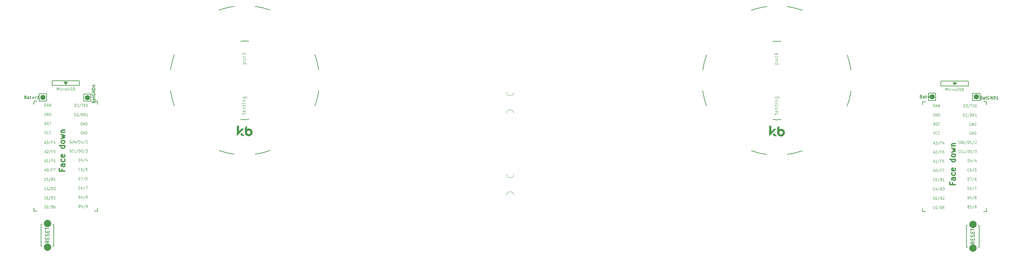
<source format=gbr>
%TF.GenerationSoftware,KiCad,Pcbnew,(6.0.2-0)*%
%TF.CreationDate,2022-05-29T20:11:08-07:00*%
%TF.ProjectId,sweepv2,73776565-7076-4322-9e6b-696361645f70,rev?*%
%TF.SameCoordinates,Original*%
%TF.FileFunction,Legend,Top*%
%TF.FilePolarity,Positive*%
%FSLAX46Y46*%
G04 Gerber Fmt 4.6, Leading zero omitted, Abs format (unit mm)*
G04 Created by KiCad (PCBNEW (6.0.2-0)) date 2022-05-29 20:11:08*
%MOMM*%
%LPD*%
G01*
G04 APERTURE LIST*
%ADD10C,0.300000*%
%ADD11C,0.100000*%
%ADD12C,0.120000*%
%ADD13C,0.125000*%
%ADD14C,0.150000*%
%ADD15C,0.200000*%
%ADD16C,0.010000*%
%ADD17C,2.000000*%
%ADD18C,1.397000*%
G04 APERTURE END LIST*
D10*
X269463057Y-71055857D02*
X269463057Y-71555857D01*
X270248771Y-71555857D02*
X268748771Y-71555857D01*
X268748771Y-70841571D01*
X270248771Y-69627285D02*
X269463057Y-69627285D01*
X269320200Y-69698714D01*
X269248771Y-69841571D01*
X269248771Y-70127285D01*
X269320200Y-70270142D01*
X270177342Y-69627285D02*
X270248771Y-69770142D01*
X270248771Y-70127285D01*
X270177342Y-70270142D01*
X270034485Y-70341571D01*
X269891628Y-70341571D01*
X269748771Y-70270142D01*
X269677342Y-70127285D01*
X269677342Y-69770142D01*
X269605914Y-69627285D01*
X270177342Y-68270142D02*
X270248771Y-68413000D01*
X270248771Y-68698714D01*
X270177342Y-68841571D01*
X270105914Y-68913000D01*
X269963057Y-68984428D01*
X269534485Y-68984428D01*
X269391628Y-68913000D01*
X269320200Y-68841571D01*
X269248771Y-68698714D01*
X269248771Y-68413000D01*
X269320200Y-68270142D01*
X270177342Y-67055857D02*
X270248771Y-67198714D01*
X270248771Y-67484428D01*
X270177342Y-67627285D01*
X270034485Y-67698714D01*
X269463057Y-67698714D01*
X269320200Y-67627285D01*
X269248771Y-67484428D01*
X269248771Y-67198714D01*
X269320200Y-67055857D01*
X269463057Y-66984428D01*
X269605914Y-66984428D01*
X269748771Y-67698714D01*
X270248771Y-64555857D02*
X268748771Y-64555857D01*
X270177342Y-64555857D02*
X270248771Y-64698714D01*
X270248771Y-64984428D01*
X270177342Y-65127285D01*
X270105914Y-65198714D01*
X269963057Y-65270142D01*
X269534485Y-65270142D01*
X269391628Y-65198714D01*
X269320200Y-65127285D01*
X269248771Y-64984428D01*
X269248771Y-64698714D01*
X269320200Y-64555857D01*
X270248771Y-63627285D02*
X270177342Y-63770142D01*
X270105914Y-63841571D01*
X269963057Y-63913000D01*
X269534485Y-63913000D01*
X269391628Y-63841571D01*
X269320200Y-63770142D01*
X269248771Y-63627285D01*
X269248771Y-63413000D01*
X269320200Y-63270142D01*
X269391628Y-63198714D01*
X269534485Y-63127285D01*
X269963057Y-63127285D01*
X270105914Y-63198714D01*
X270177342Y-63270142D01*
X270248771Y-63413000D01*
X270248771Y-63627285D01*
X269248771Y-62627285D02*
X270248771Y-62341571D01*
X269534485Y-62055857D01*
X270248771Y-61770142D01*
X269248771Y-61484428D01*
X269248771Y-60913000D02*
X270248771Y-60913000D01*
X269391628Y-60913000D02*
X269320200Y-60841571D01*
X269248771Y-60698714D01*
X269248771Y-60484428D01*
X269320200Y-60341571D01*
X269463057Y-60270142D01*
X270248771Y-60270142D01*
X25267457Y-67322057D02*
X25267457Y-67822057D01*
X26053171Y-67822057D02*
X24553171Y-67822057D01*
X24553171Y-67107771D01*
X26053171Y-65893485D02*
X25267457Y-65893485D01*
X25124600Y-65964914D01*
X25053171Y-66107771D01*
X25053171Y-66393485D01*
X25124600Y-66536342D01*
X25981742Y-65893485D02*
X26053171Y-66036342D01*
X26053171Y-66393485D01*
X25981742Y-66536342D01*
X25838885Y-66607771D01*
X25696028Y-66607771D01*
X25553171Y-66536342D01*
X25481742Y-66393485D01*
X25481742Y-66036342D01*
X25410314Y-65893485D01*
X25981742Y-64536342D02*
X26053171Y-64679200D01*
X26053171Y-64964914D01*
X25981742Y-65107771D01*
X25910314Y-65179200D01*
X25767457Y-65250628D01*
X25338885Y-65250628D01*
X25196028Y-65179200D01*
X25124600Y-65107771D01*
X25053171Y-64964914D01*
X25053171Y-64679200D01*
X25124600Y-64536342D01*
X25981742Y-63322057D02*
X26053171Y-63464914D01*
X26053171Y-63750628D01*
X25981742Y-63893485D01*
X25838885Y-63964914D01*
X25267457Y-63964914D01*
X25124600Y-63893485D01*
X25053171Y-63750628D01*
X25053171Y-63464914D01*
X25124600Y-63322057D01*
X25267457Y-63250628D01*
X25410314Y-63250628D01*
X25553171Y-63964914D01*
X26053171Y-60822057D02*
X24553171Y-60822057D01*
X25981742Y-60822057D02*
X26053171Y-60964914D01*
X26053171Y-61250628D01*
X25981742Y-61393485D01*
X25910314Y-61464914D01*
X25767457Y-61536342D01*
X25338885Y-61536342D01*
X25196028Y-61464914D01*
X25124600Y-61393485D01*
X25053171Y-61250628D01*
X25053171Y-60964914D01*
X25124600Y-60822057D01*
X26053171Y-59893485D02*
X25981742Y-60036342D01*
X25910314Y-60107771D01*
X25767457Y-60179200D01*
X25338885Y-60179200D01*
X25196028Y-60107771D01*
X25124600Y-60036342D01*
X25053171Y-59893485D01*
X25053171Y-59679200D01*
X25124600Y-59536342D01*
X25196028Y-59464914D01*
X25338885Y-59393485D01*
X25767457Y-59393485D01*
X25910314Y-59464914D01*
X25981742Y-59536342D01*
X26053171Y-59679200D01*
X26053171Y-59893485D01*
X25053171Y-58893485D02*
X26053171Y-58607771D01*
X25338885Y-58322057D01*
X26053171Y-58036342D01*
X25053171Y-57750628D01*
X25053171Y-57179200D02*
X26053171Y-57179200D01*
X25196028Y-57179200D02*
X25124600Y-57107771D01*
X25053171Y-56964914D01*
X25053171Y-56750628D01*
X25124600Y-56607771D01*
X25267457Y-56536342D01*
X26053171Y-56536342D01*
D11*
%TO.C,REF\u002A\u002A*%
X220833714Y-38403500D02*
X221833714Y-38403500D01*
X220881333Y-38403500D02*
X220833714Y-38308261D01*
X220833714Y-38117785D01*
X220881333Y-38022547D01*
X220928952Y-37974928D01*
X221024190Y-37927309D01*
X221309904Y-37927309D01*
X221405142Y-37974928D01*
X221452761Y-38022547D01*
X221500380Y-38117785D01*
X221500380Y-38308261D01*
X221452761Y-38403500D01*
X220833714Y-37070166D02*
X221500380Y-37070166D01*
X220833714Y-37498738D02*
X221357523Y-37498738D01*
X221452761Y-37451119D01*
X221500380Y-37355880D01*
X221500380Y-37213023D01*
X221452761Y-37117785D01*
X221405142Y-37070166D01*
X221452761Y-36165404D02*
X221500380Y-36260642D01*
X221500380Y-36451119D01*
X221452761Y-36546357D01*
X221405142Y-36593976D01*
X221309904Y-36641595D01*
X221024190Y-36641595D01*
X220928952Y-36593976D01*
X220881333Y-36546357D01*
X220833714Y-36451119D01*
X220833714Y-36260642D01*
X220881333Y-36165404D01*
X221500380Y-35736833D02*
X220500380Y-35736833D01*
X221119428Y-35641595D02*
X221500380Y-35355880D01*
X220833714Y-35355880D02*
X221214666Y-35736833D01*
X220897214Y-52294000D02*
X220897214Y-51913047D01*
X220563880Y-52151142D02*
X221421023Y-52151142D01*
X221516261Y-52103523D01*
X221563880Y-52008285D01*
X221563880Y-51913047D01*
X221516261Y-51198761D02*
X221563880Y-51294000D01*
X221563880Y-51484476D01*
X221516261Y-51579714D01*
X221421023Y-51627333D01*
X221040071Y-51627333D01*
X220944833Y-51579714D01*
X220897214Y-51484476D01*
X220897214Y-51294000D01*
X220944833Y-51198761D01*
X221040071Y-51151142D01*
X221135309Y-51151142D01*
X221230547Y-51627333D01*
X220897214Y-50722571D02*
X221563880Y-50722571D01*
X220992452Y-50722571D02*
X220944833Y-50674952D01*
X220897214Y-50579714D01*
X220897214Y-50436857D01*
X220944833Y-50341619D01*
X221040071Y-50294000D01*
X221563880Y-50294000D01*
X220897214Y-49960666D02*
X220897214Y-49579714D01*
X220563880Y-49817809D02*
X221421023Y-49817809D01*
X221516261Y-49770190D01*
X221563880Y-49674952D01*
X221563880Y-49579714D01*
X221563880Y-49246380D02*
X220897214Y-49246380D01*
X220563880Y-49246380D02*
X220611500Y-49294000D01*
X220659119Y-49246380D01*
X220611500Y-49198761D01*
X220563880Y-49246380D01*
X220659119Y-49246380D01*
X220897214Y-48770190D02*
X221563880Y-48770190D01*
X220992452Y-48770190D02*
X220944833Y-48722571D01*
X220897214Y-48627333D01*
X220897214Y-48484476D01*
X220944833Y-48389238D01*
X221040071Y-48341619D01*
X221563880Y-48341619D01*
X220897214Y-47436857D02*
X221706738Y-47436857D01*
X221801976Y-47484476D01*
X221849595Y-47532095D01*
X221897214Y-47627333D01*
X221897214Y-47770190D01*
X221849595Y-47865428D01*
X221516261Y-47436857D02*
X221563880Y-47532095D01*
X221563880Y-47722571D01*
X221516261Y-47817809D01*
X221468642Y-47865428D01*
X221373404Y-47913047D01*
X221087690Y-47913047D01*
X220992452Y-47865428D01*
X220944833Y-47817809D01*
X220897214Y-47722571D01*
X220897214Y-47532095D01*
X220944833Y-47436857D01*
D12*
%TO.C,U1*%
X267551971Y-45717285D02*
X267551971Y-44967285D01*
X267801971Y-45503000D01*
X268051971Y-44967285D01*
X268051971Y-45717285D01*
X268409114Y-45717285D02*
X268409114Y-45217285D01*
X268409114Y-44967285D02*
X268373400Y-45003000D01*
X268409114Y-45038714D01*
X268444828Y-45003000D01*
X268409114Y-44967285D01*
X268409114Y-45038714D01*
X269087685Y-45681571D02*
X269016257Y-45717285D01*
X268873400Y-45717285D01*
X268801971Y-45681571D01*
X268766257Y-45645857D01*
X268730542Y-45574428D01*
X268730542Y-45360142D01*
X268766257Y-45288714D01*
X268801971Y-45253000D01*
X268873400Y-45217285D01*
X269016257Y-45217285D01*
X269087685Y-45253000D01*
X269409114Y-45717285D02*
X269409114Y-45217285D01*
X269409114Y-45360142D02*
X269444828Y-45288714D01*
X269480542Y-45253000D01*
X269551971Y-45217285D01*
X269623400Y-45217285D01*
X269980542Y-45717285D02*
X269909114Y-45681571D01*
X269873400Y-45645857D01*
X269837685Y-45574428D01*
X269837685Y-45360142D01*
X269873400Y-45288714D01*
X269909114Y-45253000D01*
X269980542Y-45217285D01*
X270087685Y-45217285D01*
X270159114Y-45253000D01*
X270194828Y-45288714D01*
X270230542Y-45360142D01*
X270230542Y-45574428D01*
X270194828Y-45645857D01*
X270159114Y-45681571D01*
X270087685Y-45717285D01*
X269980542Y-45717285D01*
X270551971Y-44967285D02*
X270551971Y-45574428D01*
X270587685Y-45645857D01*
X270623400Y-45681571D01*
X270694828Y-45717285D01*
X270837685Y-45717285D01*
X270909114Y-45681571D01*
X270944828Y-45645857D01*
X270980542Y-45574428D01*
X270980542Y-44967285D01*
X271301971Y-45681571D02*
X271409114Y-45717285D01*
X271587685Y-45717285D01*
X271659114Y-45681571D01*
X271694828Y-45645857D01*
X271730542Y-45574428D01*
X271730542Y-45503000D01*
X271694828Y-45431571D01*
X271659114Y-45395857D01*
X271587685Y-45360142D01*
X271444828Y-45324428D01*
X271373400Y-45288714D01*
X271337685Y-45253000D01*
X271301971Y-45181571D01*
X271301971Y-45110142D01*
X271337685Y-45038714D01*
X271373400Y-45003000D01*
X271444828Y-44967285D01*
X271623400Y-44967285D01*
X271730542Y-45003000D01*
X272301971Y-45324428D02*
X272409114Y-45360142D01*
X272444828Y-45395857D01*
X272480542Y-45467285D01*
X272480542Y-45574428D01*
X272444828Y-45645857D01*
X272409114Y-45681571D01*
X272337685Y-45717285D01*
X272051971Y-45717285D01*
X272051971Y-44967285D01*
X272301971Y-44967285D01*
X272373400Y-45003000D01*
X272409114Y-45038714D01*
X272444828Y-45110142D01*
X272444828Y-45181571D01*
X272409114Y-45253000D01*
X272373400Y-45288714D01*
X272301971Y-45324428D01*
X272051971Y-45324428D01*
X267551971Y-45717285D02*
X267551971Y-44967285D01*
X267801971Y-45503000D01*
X268051971Y-44967285D01*
X268051971Y-45717285D01*
X268409114Y-45717285D02*
X268409114Y-45217285D01*
X268409114Y-44967285D02*
X268373400Y-45003000D01*
X268409114Y-45038714D01*
X268444828Y-45003000D01*
X268409114Y-44967285D01*
X268409114Y-45038714D01*
X269087685Y-45681571D02*
X269016257Y-45717285D01*
X268873400Y-45717285D01*
X268801971Y-45681571D01*
X268766257Y-45645857D01*
X268730542Y-45574428D01*
X268730542Y-45360142D01*
X268766257Y-45288714D01*
X268801971Y-45253000D01*
X268873400Y-45217285D01*
X269016257Y-45217285D01*
X269087685Y-45253000D01*
X269409114Y-45717285D02*
X269409114Y-45217285D01*
X269409114Y-45360142D02*
X269444828Y-45288714D01*
X269480542Y-45253000D01*
X269551971Y-45217285D01*
X269623400Y-45217285D01*
X269980542Y-45717285D02*
X269909114Y-45681571D01*
X269873400Y-45645857D01*
X269837685Y-45574428D01*
X269837685Y-45360142D01*
X269873400Y-45288714D01*
X269909114Y-45253000D01*
X269980542Y-45217285D01*
X270087685Y-45217285D01*
X270159114Y-45253000D01*
X270194828Y-45288714D01*
X270230542Y-45360142D01*
X270230542Y-45574428D01*
X270194828Y-45645857D01*
X270159114Y-45681571D01*
X270087685Y-45717285D01*
X269980542Y-45717285D01*
X270551971Y-44967285D02*
X270551971Y-45574428D01*
X270587685Y-45645857D01*
X270623400Y-45681571D01*
X270694828Y-45717285D01*
X270837685Y-45717285D01*
X270909114Y-45681571D01*
X270944828Y-45645857D01*
X270980542Y-45574428D01*
X270980542Y-44967285D01*
X271301971Y-45681571D02*
X271409114Y-45717285D01*
X271587685Y-45717285D01*
X271659114Y-45681571D01*
X271694828Y-45645857D01*
X271730542Y-45574428D01*
X271730542Y-45503000D01*
X271694828Y-45431571D01*
X271659114Y-45395857D01*
X271587685Y-45360142D01*
X271444828Y-45324428D01*
X271373400Y-45288714D01*
X271337685Y-45253000D01*
X271301971Y-45181571D01*
X271301971Y-45110142D01*
X271337685Y-45038714D01*
X271373400Y-45003000D01*
X271444828Y-44967285D01*
X271623400Y-44967285D01*
X271730542Y-45003000D01*
X272301971Y-45324428D02*
X272409114Y-45360142D01*
X272444828Y-45395857D01*
X272480542Y-45467285D01*
X272480542Y-45574428D01*
X272444828Y-45645857D01*
X272409114Y-45681571D01*
X272337685Y-45717285D01*
X272051971Y-45717285D01*
X272051971Y-44967285D01*
X272301971Y-44967285D01*
X272373400Y-45003000D01*
X272409114Y-45038714D01*
X272444828Y-45110142D01*
X272444828Y-45181571D01*
X272409114Y-45253000D01*
X272373400Y-45288714D01*
X272301971Y-45324428D01*
X272051971Y-45324428D01*
D13*
X273812209Y-75074428D02*
X273907923Y-75110142D01*
X273939828Y-75145857D01*
X273971733Y-75217285D01*
X273971733Y-75324428D01*
X273939828Y-75395857D01*
X273907923Y-75431571D01*
X273844114Y-75467285D01*
X273588876Y-75467285D01*
X273588876Y-74717285D01*
X273812209Y-74717285D01*
X273876019Y-74753000D01*
X273907923Y-74788714D01*
X273939828Y-74860142D01*
X273939828Y-74931571D01*
X273907923Y-75003000D01*
X273876019Y-75038714D01*
X273812209Y-75074428D01*
X273588876Y-75074428D01*
X274546019Y-74967285D02*
X274546019Y-75467285D01*
X274386495Y-74681571D02*
X274226971Y-75217285D01*
X274641733Y-75217285D01*
X275375542Y-74681571D02*
X274801257Y-75645857D01*
X275694590Y-75038714D02*
X275630780Y-75003000D01*
X275598876Y-74967285D01*
X275566971Y-74895857D01*
X275566971Y-74860142D01*
X275598876Y-74788714D01*
X275630780Y-74753000D01*
X275694590Y-74717285D01*
X275822209Y-74717285D01*
X275886019Y-74753000D01*
X275917923Y-74788714D01*
X275949828Y-74860142D01*
X275949828Y-74895857D01*
X275917923Y-74967285D01*
X275886019Y-75003000D01*
X275822209Y-75038714D01*
X275694590Y-75038714D01*
X275630780Y-75074428D01*
X275598876Y-75110142D01*
X275566971Y-75181571D01*
X275566971Y-75324428D01*
X275598876Y-75395857D01*
X275630780Y-75431571D01*
X275694590Y-75467285D01*
X275822209Y-75467285D01*
X275886019Y-75431571D01*
X275917923Y-75395857D01*
X275949828Y-75324428D01*
X275949828Y-75181571D01*
X275917923Y-75110142D01*
X275886019Y-75074428D01*
X275822209Y-75038714D01*
X272384828Y-52767285D02*
X272384828Y-52017285D01*
X272544352Y-52017285D01*
X272640066Y-52053000D01*
X272703876Y-52124428D01*
X272735780Y-52195857D01*
X272767685Y-52338714D01*
X272767685Y-52445857D01*
X272735780Y-52588714D01*
X272703876Y-52660142D01*
X272640066Y-52731571D01*
X272544352Y-52767285D01*
X272384828Y-52767285D01*
X273022923Y-52088714D02*
X273054828Y-52053000D01*
X273118638Y-52017285D01*
X273278161Y-52017285D01*
X273341971Y-52053000D01*
X273373876Y-52088714D01*
X273405780Y-52160142D01*
X273405780Y-52231571D01*
X273373876Y-52338714D01*
X272991019Y-52767285D01*
X273405780Y-52767285D01*
X274171495Y-51981571D02*
X273597209Y-52945857D01*
X274777685Y-52767285D02*
X274554352Y-52410142D01*
X274394828Y-52767285D02*
X274394828Y-52017285D01*
X274650066Y-52017285D01*
X274713876Y-52053000D01*
X274745780Y-52088714D01*
X274777685Y-52160142D01*
X274777685Y-52267285D01*
X274745780Y-52338714D01*
X274713876Y-52374428D01*
X274650066Y-52410142D01*
X274394828Y-52410142D01*
X275001019Y-52017285D02*
X275447685Y-52767285D01*
X275447685Y-52017285D02*
X275001019Y-52767285D01*
X276053876Y-52767285D02*
X275671019Y-52767285D01*
X275862447Y-52767285D02*
X275862447Y-52017285D01*
X275798638Y-52124428D01*
X275734828Y-52195857D01*
X275671019Y-52231571D01*
X273812209Y-77574428D02*
X273907923Y-77610142D01*
X273939828Y-77645857D01*
X273971733Y-77717285D01*
X273971733Y-77824428D01*
X273939828Y-77895857D01*
X273907923Y-77931571D01*
X273844114Y-77967285D01*
X273588876Y-77967285D01*
X273588876Y-77217285D01*
X273812209Y-77217285D01*
X273876019Y-77253000D01*
X273907923Y-77288714D01*
X273939828Y-77360142D01*
X273939828Y-77431571D01*
X273907923Y-77503000D01*
X273876019Y-77538714D01*
X273812209Y-77574428D01*
X273588876Y-77574428D01*
X274577923Y-77217285D02*
X274258876Y-77217285D01*
X274226971Y-77574428D01*
X274258876Y-77538714D01*
X274322685Y-77503000D01*
X274482209Y-77503000D01*
X274546019Y-77538714D01*
X274577923Y-77574428D01*
X274609828Y-77645857D01*
X274609828Y-77824428D01*
X274577923Y-77895857D01*
X274546019Y-77931571D01*
X274482209Y-77967285D01*
X274322685Y-77967285D01*
X274258876Y-77931571D01*
X274226971Y-77895857D01*
X275375542Y-77181571D02*
X274801257Y-78145857D01*
X275630780Y-77967285D02*
X275758400Y-77967285D01*
X275822209Y-77931571D01*
X275854114Y-77895857D01*
X275917923Y-77788714D01*
X275949828Y-77645857D01*
X275949828Y-77360142D01*
X275917923Y-77288714D01*
X275886019Y-77253000D01*
X275822209Y-77217285D01*
X275694590Y-77217285D01*
X275630780Y-77253000D01*
X275598876Y-77288714D01*
X275566971Y-77360142D01*
X275566971Y-77538714D01*
X275598876Y-77610142D01*
X275630780Y-77645857D01*
X275694590Y-77681571D01*
X275822209Y-77681571D01*
X275886019Y-77645857D01*
X275917923Y-77610142D01*
X275949828Y-77538714D01*
X273971733Y-67745857D02*
X273939828Y-67781571D01*
X273844114Y-67817285D01*
X273780304Y-67817285D01*
X273684590Y-67781571D01*
X273620780Y-67710142D01*
X273588876Y-67638714D01*
X273556971Y-67495857D01*
X273556971Y-67388714D01*
X273588876Y-67245857D01*
X273620780Y-67174428D01*
X273684590Y-67103000D01*
X273780304Y-67067285D01*
X273844114Y-67067285D01*
X273939828Y-67103000D01*
X273971733Y-67138714D01*
X274546019Y-67067285D02*
X274418400Y-67067285D01*
X274354590Y-67103000D01*
X274322685Y-67138714D01*
X274258876Y-67245857D01*
X274226971Y-67388714D01*
X274226971Y-67674428D01*
X274258876Y-67745857D01*
X274290780Y-67781571D01*
X274354590Y-67817285D01*
X274482209Y-67817285D01*
X274546019Y-67781571D01*
X274577923Y-67745857D01*
X274609828Y-67674428D01*
X274609828Y-67495857D01*
X274577923Y-67424428D01*
X274546019Y-67388714D01*
X274482209Y-67353000D01*
X274354590Y-67353000D01*
X274290780Y-67388714D01*
X274258876Y-67424428D01*
X274226971Y-67495857D01*
X275375542Y-67031571D02*
X274801257Y-67995857D01*
X275917923Y-67067285D02*
X275598876Y-67067285D01*
X275566971Y-67424428D01*
X275598876Y-67388714D01*
X275662685Y-67353000D01*
X275822209Y-67353000D01*
X275886019Y-67388714D01*
X275917923Y-67424428D01*
X275949828Y-67495857D01*
X275949828Y-67674428D01*
X275917923Y-67745857D01*
X275886019Y-67781571D01*
X275822209Y-67817285D01*
X275662685Y-67817285D01*
X275598876Y-67781571D01*
X275566971Y-67745857D01*
X271030780Y-62731571D02*
X271126495Y-62767285D01*
X271286019Y-62767285D01*
X271349828Y-62731571D01*
X271381733Y-62695857D01*
X271413638Y-62624428D01*
X271413638Y-62553000D01*
X271381733Y-62481571D01*
X271349828Y-62445857D01*
X271286019Y-62410142D01*
X271158400Y-62374428D01*
X271094590Y-62338714D01*
X271062685Y-62303000D01*
X271030780Y-62231571D01*
X271030780Y-62160142D01*
X271062685Y-62088714D01*
X271094590Y-62053000D01*
X271158400Y-62017285D01*
X271317923Y-62017285D01*
X271413638Y-62053000D01*
X272083638Y-62695857D02*
X272051733Y-62731571D01*
X271956019Y-62767285D01*
X271892209Y-62767285D01*
X271796495Y-62731571D01*
X271732685Y-62660142D01*
X271700780Y-62588714D01*
X271668876Y-62445857D01*
X271668876Y-62338714D01*
X271700780Y-62195857D01*
X271732685Y-62124428D01*
X271796495Y-62053000D01*
X271892209Y-62017285D01*
X271956019Y-62017285D01*
X272051733Y-62053000D01*
X272083638Y-62088714D01*
X272689828Y-62767285D02*
X272370780Y-62767285D01*
X272370780Y-62017285D01*
X273391733Y-61981571D02*
X272817447Y-62945857D01*
X273615066Y-62767285D02*
X273615066Y-62017285D01*
X273774590Y-62017285D01*
X273870304Y-62053000D01*
X273934114Y-62124428D01*
X273966019Y-62195857D01*
X273997923Y-62338714D01*
X273997923Y-62445857D01*
X273966019Y-62588714D01*
X273934114Y-62660142D01*
X273870304Y-62731571D01*
X273774590Y-62767285D01*
X273615066Y-62767285D01*
X274412685Y-62017285D02*
X274476495Y-62017285D01*
X274540304Y-62053000D01*
X274572209Y-62088714D01*
X274604114Y-62160142D01*
X274636019Y-62303000D01*
X274636019Y-62481571D01*
X274604114Y-62624428D01*
X274572209Y-62695857D01*
X274540304Y-62731571D01*
X274476495Y-62767285D01*
X274412685Y-62767285D01*
X274348876Y-62731571D01*
X274316971Y-62695857D01*
X274285066Y-62624428D01*
X274253161Y-62481571D01*
X274253161Y-62303000D01*
X274285066Y-62160142D01*
X274316971Y-62088714D01*
X274348876Y-62053000D01*
X274412685Y-62017285D01*
X275401733Y-61981571D02*
X274827447Y-62945857D01*
X275561257Y-62017285D02*
X275976019Y-62017285D01*
X275752685Y-62303000D01*
X275848400Y-62303000D01*
X275912209Y-62338714D01*
X275944114Y-62374428D01*
X275976019Y-62445857D01*
X275976019Y-62624428D01*
X275944114Y-62695857D01*
X275912209Y-62731571D01*
X275848400Y-62767285D01*
X275656971Y-62767285D01*
X275593161Y-62731571D01*
X275561257Y-62695857D01*
X271014828Y-60231571D02*
X271110542Y-60267285D01*
X271270066Y-60267285D01*
X271333876Y-60231571D01*
X271365780Y-60195857D01*
X271397685Y-60124428D01*
X271397685Y-60053000D01*
X271365780Y-59981571D01*
X271333876Y-59945857D01*
X271270066Y-59910142D01*
X271142447Y-59874428D01*
X271078638Y-59838714D01*
X271046733Y-59803000D01*
X271014828Y-59731571D01*
X271014828Y-59660142D01*
X271046733Y-59588714D01*
X271078638Y-59553000D01*
X271142447Y-59517285D01*
X271301971Y-59517285D01*
X271397685Y-59553000D01*
X271684828Y-60267285D02*
X271684828Y-59517285D01*
X271844352Y-59517285D01*
X271940066Y-59553000D01*
X272003876Y-59624428D01*
X272035780Y-59695857D01*
X272067685Y-59838714D01*
X272067685Y-59945857D01*
X272035780Y-60088714D01*
X272003876Y-60160142D01*
X271940066Y-60231571D01*
X271844352Y-60267285D01*
X271684828Y-60267285D01*
X272322923Y-60053000D02*
X272641971Y-60053000D01*
X272259114Y-60267285D02*
X272482447Y-59517285D01*
X272705780Y-60267285D01*
X273407685Y-59481571D02*
X272833400Y-60445857D01*
X273631019Y-60267285D02*
X273631019Y-59517285D01*
X273790542Y-59517285D01*
X273886257Y-59553000D01*
X273950066Y-59624428D01*
X273981971Y-59695857D01*
X274013876Y-59838714D01*
X274013876Y-59945857D01*
X273981971Y-60088714D01*
X273950066Y-60160142D01*
X273886257Y-60231571D01*
X273790542Y-60267285D01*
X273631019Y-60267285D01*
X274651971Y-60267285D02*
X274269114Y-60267285D01*
X274460542Y-60267285D02*
X274460542Y-59517285D01*
X274396733Y-59624428D01*
X274332923Y-59695857D01*
X274269114Y-59731571D01*
X275417685Y-59481571D02*
X274843400Y-60445857D01*
X275609114Y-59588714D02*
X275641019Y-59553000D01*
X275704828Y-59517285D01*
X275864352Y-59517285D01*
X275928161Y-59553000D01*
X275960066Y-59588714D01*
X275991971Y-59660142D01*
X275991971Y-59731571D01*
X275960066Y-59838714D01*
X275577209Y-60267285D01*
X275991971Y-60267285D01*
X273588876Y-65267285D02*
X273588876Y-64517285D01*
X273748400Y-64517285D01*
X273844114Y-64553000D01*
X273907923Y-64624428D01*
X273939828Y-64695857D01*
X273971733Y-64838714D01*
X273971733Y-64945857D01*
X273939828Y-65088714D01*
X273907923Y-65160142D01*
X273844114Y-65231571D01*
X273748400Y-65267285D01*
X273588876Y-65267285D01*
X274546019Y-64767285D02*
X274546019Y-65267285D01*
X274386495Y-64481571D02*
X274226971Y-65017285D01*
X274641733Y-65017285D01*
X275375542Y-64481571D02*
X274801257Y-65445857D01*
X275886019Y-64767285D02*
X275886019Y-65267285D01*
X275726495Y-64481571D02*
X275566971Y-65017285D01*
X275981733Y-65017285D01*
X272464590Y-50217285D02*
X272464590Y-49467285D01*
X272624114Y-49467285D01*
X272719828Y-49503000D01*
X272783638Y-49574428D01*
X272815542Y-49645857D01*
X272847447Y-49788714D01*
X272847447Y-49895857D01*
X272815542Y-50038714D01*
X272783638Y-50110142D01*
X272719828Y-50181571D01*
X272624114Y-50217285D01*
X272464590Y-50217285D01*
X273070780Y-49467285D02*
X273485542Y-49467285D01*
X273262209Y-49753000D01*
X273357923Y-49753000D01*
X273421733Y-49788714D01*
X273453638Y-49824428D01*
X273485542Y-49895857D01*
X273485542Y-50074428D01*
X273453638Y-50145857D01*
X273421733Y-50181571D01*
X273357923Y-50217285D01*
X273166495Y-50217285D01*
X273102685Y-50181571D01*
X273070780Y-50145857D01*
X274251257Y-49431571D02*
X273676971Y-50395857D01*
X274378876Y-49467285D02*
X274761733Y-49467285D01*
X274570304Y-50217285D02*
X274570304Y-49467285D01*
X274921257Y-49467285D02*
X275367923Y-50217285D01*
X275367923Y-49467285D02*
X274921257Y-50217285D01*
X275750780Y-49467285D02*
X275814590Y-49467285D01*
X275878400Y-49503000D01*
X275910304Y-49538714D01*
X275942209Y-49610142D01*
X275974114Y-49753000D01*
X275974114Y-49931571D01*
X275942209Y-50074428D01*
X275910304Y-50145857D01*
X275878400Y-50181571D01*
X275814590Y-50217285D01*
X275750780Y-50217285D01*
X275686971Y-50181571D01*
X275655066Y-50145857D01*
X275623161Y-50074428D01*
X275591257Y-49931571D01*
X275591257Y-49753000D01*
X275623161Y-49610142D01*
X275655066Y-49538714D01*
X275686971Y-49503000D01*
X275750780Y-49467285D01*
X274492923Y-57053000D02*
X274429114Y-57017285D01*
X274333400Y-57017285D01*
X274237685Y-57053000D01*
X274173876Y-57124428D01*
X274141971Y-57195857D01*
X274110066Y-57338714D01*
X274110066Y-57445857D01*
X274141971Y-57588714D01*
X274173876Y-57660142D01*
X274237685Y-57731571D01*
X274333400Y-57767285D01*
X274397209Y-57767285D01*
X274492923Y-57731571D01*
X274524828Y-57695857D01*
X274524828Y-57445857D01*
X274397209Y-57445857D01*
X274811971Y-57767285D02*
X274811971Y-57017285D01*
X275194828Y-57767285D01*
X275194828Y-57017285D01*
X275513876Y-57767285D02*
X275513876Y-57017285D01*
X275673400Y-57017285D01*
X275769114Y-57053000D01*
X275832923Y-57124428D01*
X275864828Y-57195857D01*
X275896733Y-57338714D01*
X275896733Y-57445857D01*
X275864828Y-57588714D01*
X275832923Y-57660142D01*
X275769114Y-57731571D01*
X275673400Y-57767285D01*
X275513876Y-57767285D01*
X274492923Y-54603000D02*
X274429114Y-54567285D01*
X274333400Y-54567285D01*
X274237685Y-54603000D01*
X274173876Y-54674428D01*
X274141971Y-54745857D01*
X274110066Y-54888714D01*
X274110066Y-54995857D01*
X274141971Y-55138714D01*
X274173876Y-55210142D01*
X274237685Y-55281571D01*
X274333400Y-55317285D01*
X274397209Y-55317285D01*
X274492923Y-55281571D01*
X274524828Y-55245857D01*
X274524828Y-54995857D01*
X274397209Y-54995857D01*
X274811971Y-55317285D02*
X274811971Y-54567285D01*
X275194828Y-55317285D01*
X275194828Y-54567285D01*
X275513876Y-55317285D02*
X275513876Y-54567285D01*
X275673400Y-54567285D01*
X275769114Y-54603000D01*
X275832923Y-54674428D01*
X275864828Y-54745857D01*
X275896733Y-54888714D01*
X275896733Y-54995857D01*
X275864828Y-55138714D01*
X275832923Y-55210142D01*
X275769114Y-55281571D01*
X275673400Y-55317285D01*
X275513876Y-55317285D01*
X273588876Y-70367285D02*
X273588876Y-69617285D01*
X273748400Y-69617285D01*
X273844114Y-69653000D01*
X273907923Y-69724428D01*
X273939828Y-69795857D01*
X273971733Y-69938714D01*
X273971733Y-70045857D01*
X273939828Y-70188714D01*
X273907923Y-70260142D01*
X273844114Y-70331571D01*
X273748400Y-70367285D01*
X273588876Y-70367285D01*
X274195066Y-69617285D02*
X274641733Y-69617285D01*
X274354590Y-70367285D01*
X275375542Y-69581571D02*
X274801257Y-70545857D01*
X275886019Y-69617285D02*
X275758400Y-69617285D01*
X275694590Y-69653000D01*
X275662685Y-69688714D01*
X275598876Y-69795857D01*
X275566971Y-69938714D01*
X275566971Y-70224428D01*
X275598876Y-70295857D01*
X275630780Y-70331571D01*
X275694590Y-70367285D01*
X275822209Y-70367285D01*
X275886019Y-70331571D01*
X275917923Y-70295857D01*
X275949828Y-70224428D01*
X275949828Y-70045857D01*
X275917923Y-69974428D01*
X275886019Y-69938714D01*
X275822209Y-69903000D01*
X275694590Y-69903000D01*
X275630780Y-69938714D01*
X275598876Y-69974428D01*
X275566971Y-70045857D01*
X273620780Y-72524428D02*
X273844114Y-72524428D01*
X273939828Y-72917285D02*
X273620780Y-72917285D01*
X273620780Y-72167285D01*
X273939828Y-72167285D01*
X274514114Y-72167285D02*
X274386495Y-72167285D01*
X274322685Y-72203000D01*
X274290780Y-72238714D01*
X274226971Y-72345857D01*
X274195066Y-72488714D01*
X274195066Y-72774428D01*
X274226971Y-72845857D01*
X274258876Y-72881571D01*
X274322685Y-72917285D01*
X274450304Y-72917285D01*
X274514114Y-72881571D01*
X274546019Y-72845857D01*
X274577923Y-72774428D01*
X274577923Y-72595857D01*
X274546019Y-72524428D01*
X274514114Y-72488714D01*
X274450304Y-72453000D01*
X274322685Y-72453000D01*
X274258876Y-72488714D01*
X274226971Y-72524428D01*
X274195066Y-72595857D01*
X275343638Y-72131571D02*
X274769352Y-73095857D01*
X275503161Y-72167285D02*
X275949828Y-72167285D01*
X275662685Y-72917285D01*
X264520780Y-75617285D02*
X264137923Y-75617285D01*
X264329352Y-75617285D02*
X264329352Y-74867285D01*
X264265542Y-74974428D01*
X264201733Y-75045857D01*
X264137923Y-75081571D01*
X265095066Y-74867285D02*
X264967447Y-74867285D01*
X264903638Y-74903000D01*
X264871733Y-74938714D01*
X264807923Y-75045857D01*
X264776019Y-75188714D01*
X264776019Y-75474428D01*
X264807923Y-75545857D01*
X264839828Y-75581571D01*
X264903638Y-75617285D01*
X265031257Y-75617285D01*
X265095066Y-75581571D01*
X265126971Y-75545857D01*
X265158876Y-75474428D01*
X265158876Y-75295857D01*
X265126971Y-75224428D01*
X265095066Y-75188714D01*
X265031257Y-75153000D01*
X264903638Y-75153000D01*
X264839828Y-75188714D01*
X264807923Y-75224428D01*
X264776019Y-75295857D01*
X265924590Y-74831571D02*
X265350304Y-75795857D01*
X266371257Y-75224428D02*
X266466971Y-75260142D01*
X266498876Y-75295857D01*
X266530780Y-75367285D01*
X266530780Y-75474428D01*
X266498876Y-75545857D01*
X266466971Y-75581571D01*
X266403161Y-75617285D01*
X266147923Y-75617285D01*
X266147923Y-74867285D01*
X266371257Y-74867285D01*
X266435066Y-74903000D01*
X266466971Y-74938714D01*
X266498876Y-75010142D01*
X266498876Y-75081571D01*
X266466971Y-75153000D01*
X266435066Y-75188714D01*
X266371257Y-75224428D01*
X266147923Y-75224428D01*
X266786019Y-74938714D02*
X266817923Y-74903000D01*
X266881733Y-74867285D01*
X267041257Y-74867285D01*
X267105066Y-74903000D01*
X267136971Y-74938714D01*
X267168876Y-75010142D01*
X267168876Y-75081571D01*
X267136971Y-75188714D01*
X266754114Y-75617285D01*
X267168876Y-75617285D01*
X264520780Y-78117285D02*
X264137923Y-78117285D01*
X264329352Y-78117285D02*
X264329352Y-77367285D01*
X264265542Y-77474428D01*
X264201733Y-77545857D01*
X264137923Y-77581571D01*
X264935542Y-77367285D02*
X264999352Y-77367285D01*
X265063161Y-77403000D01*
X265095066Y-77438714D01*
X265126971Y-77510142D01*
X265158876Y-77653000D01*
X265158876Y-77831571D01*
X265126971Y-77974428D01*
X265095066Y-78045857D01*
X265063161Y-78081571D01*
X264999352Y-78117285D01*
X264935542Y-78117285D01*
X264871733Y-78081571D01*
X264839828Y-78045857D01*
X264807923Y-77974428D01*
X264776019Y-77831571D01*
X264776019Y-77653000D01*
X264807923Y-77510142D01*
X264839828Y-77438714D01*
X264871733Y-77403000D01*
X264935542Y-77367285D01*
X265924590Y-77331571D02*
X265350304Y-78295857D01*
X266371257Y-77724428D02*
X266466971Y-77760142D01*
X266498876Y-77795857D01*
X266530780Y-77867285D01*
X266530780Y-77974428D01*
X266498876Y-78045857D01*
X266466971Y-78081571D01*
X266403161Y-78117285D01*
X266147923Y-78117285D01*
X266147923Y-77367285D01*
X266371257Y-77367285D01*
X266435066Y-77403000D01*
X266466971Y-77438714D01*
X266498876Y-77510142D01*
X266498876Y-77581571D01*
X266466971Y-77653000D01*
X266435066Y-77688714D01*
X266371257Y-77724428D01*
X266147923Y-77724428D01*
X267105066Y-77367285D02*
X266977447Y-77367285D01*
X266913638Y-77403000D01*
X266881733Y-77438714D01*
X266817923Y-77545857D01*
X266786019Y-77688714D01*
X266786019Y-77974428D01*
X266817923Y-78045857D01*
X266849828Y-78081571D01*
X266913638Y-78117285D01*
X267041257Y-78117285D01*
X267105066Y-78081571D01*
X267136971Y-78045857D01*
X267168876Y-77974428D01*
X267168876Y-77795857D01*
X267136971Y-77724428D01*
X267105066Y-77688714D01*
X267041257Y-77653000D01*
X266913638Y-77653000D01*
X266849828Y-77688714D01*
X266817923Y-77724428D01*
X266786019Y-77795857D01*
X264520780Y-73067285D02*
X264137923Y-73067285D01*
X264329352Y-73067285D02*
X264329352Y-72317285D01*
X264265542Y-72424428D01*
X264201733Y-72495857D01*
X264137923Y-72531571D01*
X265095066Y-72567285D02*
X265095066Y-73067285D01*
X264935542Y-72281571D02*
X264776019Y-72817285D01*
X265190780Y-72817285D01*
X265924590Y-72281571D02*
X265350304Y-73245857D01*
X266371257Y-72674428D02*
X266466971Y-72710142D01*
X266498876Y-72745857D01*
X266530780Y-72817285D01*
X266530780Y-72924428D01*
X266498876Y-72995857D01*
X266466971Y-73031571D01*
X266403161Y-73067285D01*
X266147923Y-73067285D01*
X266147923Y-72317285D01*
X266371257Y-72317285D01*
X266435066Y-72353000D01*
X266466971Y-72388714D01*
X266498876Y-72460142D01*
X266498876Y-72531571D01*
X266466971Y-72603000D01*
X266435066Y-72638714D01*
X266371257Y-72674428D01*
X266147923Y-72674428D01*
X266754114Y-72317285D02*
X267168876Y-72317285D01*
X266945542Y-72603000D01*
X267041257Y-72603000D01*
X267105066Y-72638714D01*
X267136971Y-72674428D01*
X267168876Y-72745857D01*
X267168876Y-72924428D01*
X267136971Y-72995857D01*
X267105066Y-73031571D01*
X267041257Y-73067285D01*
X266849828Y-73067285D01*
X266786019Y-73031571D01*
X266754114Y-72995857D01*
X264520780Y-70517285D02*
X264137923Y-70517285D01*
X264329352Y-70517285D02*
X264329352Y-69767285D01*
X264265542Y-69874428D01*
X264201733Y-69945857D01*
X264137923Y-69981571D01*
X265126971Y-69767285D02*
X264807923Y-69767285D01*
X264776019Y-70124428D01*
X264807923Y-70088714D01*
X264871733Y-70053000D01*
X265031257Y-70053000D01*
X265095066Y-70088714D01*
X265126971Y-70124428D01*
X265158876Y-70195857D01*
X265158876Y-70374428D01*
X265126971Y-70445857D01*
X265095066Y-70481571D01*
X265031257Y-70517285D01*
X264871733Y-70517285D01*
X264807923Y-70481571D01*
X264776019Y-70445857D01*
X265924590Y-69731571D02*
X265350304Y-70695857D01*
X266371257Y-70124428D02*
X266466971Y-70160142D01*
X266498876Y-70195857D01*
X266530780Y-70267285D01*
X266530780Y-70374428D01*
X266498876Y-70445857D01*
X266466971Y-70481571D01*
X266403161Y-70517285D01*
X266147923Y-70517285D01*
X266147923Y-69767285D01*
X266371257Y-69767285D01*
X266435066Y-69803000D01*
X266466971Y-69838714D01*
X266498876Y-69910142D01*
X266498876Y-69981571D01*
X266466971Y-70053000D01*
X266435066Y-70088714D01*
X266371257Y-70124428D01*
X266147923Y-70124428D01*
X267168876Y-70517285D02*
X266786019Y-70517285D01*
X266977447Y-70517285D02*
X266977447Y-69767285D01*
X266913638Y-69874428D01*
X266849828Y-69945857D01*
X266786019Y-69981571D01*
X264217685Y-67753000D02*
X264536733Y-67753000D01*
X264153876Y-67967285D02*
X264377209Y-67217285D01*
X264600542Y-67967285D01*
X264951495Y-67217285D02*
X265015304Y-67217285D01*
X265079114Y-67253000D01*
X265111019Y-67288714D01*
X265142923Y-67360142D01*
X265174828Y-67503000D01*
X265174828Y-67681571D01*
X265142923Y-67824428D01*
X265111019Y-67895857D01*
X265079114Y-67931571D01*
X265015304Y-67967285D01*
X264951495Y-67967285D01*
X264887685Y-67931571D01*
X264855780Y-67895857D01*
X264823876Y-67824428D01*
X264791971Y-67681571D01*
X264791971Y-67503000D01*
X264823876Y-67360142D01*
X264855780Y-67288714D01*
X264887685Y-67253000D01*
X264951495Y-67217285D01*
X265940542Y-67181571D02*
X265366257Y-68145857D01*
X266387209Y-67574428D02*
X266163876Y-67574428D01*
X266163876Y-67967285D02*
X266163876Y-67217285D01*
X266482923Y-67217285D01*
X266674352Y-67217285D02*
X267121019Y-67217285D01*
X266833876Y-67967285D01*
X264217685Y-65203000D02*
X264536733Y-65203000D01*
X264153876Y-65417285D02*
X264377209Y-64667285D01*
X264600542Y-65417285D01*
X265174828Y-65417285D02*
X264791971Y-65417285D01*
X264983400Y-65417285D02*
X264983400Y-64667285D01*
X264919590Y-64774428D01*
X264855780Y-64845857D01*
X264791971Y-64881571D01*
X265940542Y-64631571D02*
X265366257Y-65595857D01*
X266387209Y-65024428D02*
X266163876Y-65024428D01*
X266163876Y-65417285D02*
X266163876Y-64667285D01*
X266482923Y-64667285D01*
X267025304Y-64667285D02*
X266897685Y-64667285D01*
X266833876Y-64703000D01*
X266801971Y-64738714D01*
X266738161Y-64845857D01*
X266706257Y-64988714D01*
X266706257Y-65274428D01*
X266738161Y-65345857D01*
X266770066Y-65381571D01*
X266833876Y-65417285D01*
X266961495Y-65417285D01*
X267025304Y-65381571D01*
X267057209Y-65345857D01*
X267089114Y-65274428D01*
X267089114Y-65095857D01*
X267057209Y-65024428D01*
X267025304Y-64988714D01*
X266961495Y-64953000D01*
X266833876Y-64953000D01*
X266770066Y-64988714D01*
X266738161Y-65024428D01*
X266706257Y-65095857D01*
X264217685Y-62703000D02*
X264536733Y-62703000D01*
X264153876Y-62917285D02*
X264377209Y-62167285D01*
X264600542Y-62917285D01*
X264791971Y-62238714D02*
X264823876Y-62203000D01*
X264887685Y-62167285D01*
X265047209Y-62167285D01*
X265111019Y-62203000D01*
X265142923Y-62238714D01*
X265174828Y-62310142D01*
X265174828Y-62381571D01*
X265142923Y-62488714D01*
X264760066Y-62917285D01*
X265174828Y-62917285D01*
X265940542Y-62131571D02*
X265366257Y-63095857D01*
X266387209Y-62524428D02*
X266163876Y-62524428D01*
X266163876Y-62917285D02*
X266163876Y-62167285D01*
X266482923Y-62167285D01*
X267057209Y-62167285D02*
X266738161Y-62167285D01*
X266706257Y-62524428D01*
X266738161Y-62488714D01*
X266801971Y-62453000D01*
X266961495Y-62453000D01*
X267025304Y-62488714D01*
X267057209Y-62524428D01*
X267089114Y-62595857D01*
X267089114Y-62774428D01*
X267057209Y-62845857D01*
X267025304Y-62881571D01*
X266961495Y-62917285D01*
X266801971Y-62917285D01*
X266738161Y-62881571D01*
X266706257Y-62845857D01*
X264217685Y-60203000D02*
X264536733Y-60203000D01*
X264153876Y-60417285D02*
X264377209Y-59667285D01*
X264600542Y-60417285D01*
X264760066Y-59667285D02*
X265174828Y-59667285D01*
X264951495Y-59953000D01*
X265047209Y-59953000D01*
X265111019Y-59988714D01*
X265142923Y-60024428D01*
X265174828Y-60095857D01*
X265174828Y-60274428D01*
X265142923Y-60345857D01*
X265111019Y-60381571D01*
X265047209Y-60417285D01*
X264855780Y-60417285D01*
X264791971Y-60381571D01*
X264760066Y-60345857D01*
X265940542Y-59631571D02*
X265366257Y-60595857D01*
X266387209Y-60024428D02*
X266163876Y-60024428D01*
X266163876Y-60417285D02*
X266163876Y-59667285D01*
X266482923Y-59667285D01*
X267025304Y-59917285D02*
X267025304Y-60417285D01*
X266865780Y-59631571D02*
X266706257Y-60167285D01*
X267121019Y-60167285D01*
X264160066Y-56967285D02*
X264383400Y-57717285D01*
X264606733Y-56967285D01*
X265212923Y-57645857D02*
X265181019Y-57681571D01*
X265085304Y-57717285D01*
X265021495Y-57717285D01*
X264925780Y-57681571D01*
X264861971Y-57610142D01*
X264830066Y-57538714D01*
X264798161Y-57395857D01*
X264798161Y-57288714D01*
X264830066Y-57145857D01*
X264861971Y-57074428D01*
X264925780Y-57003000D01*
X265021495Y-56967285D01*
X265085304Y-56967285D01*
X265181019Y-57003000D01*
X265212923Y-57038714D01*
X265882923Y-57645857D02*
X265851019Y-57681571D01*
X265755304Y-57717285D01*
X265691495Y-57717285D01*
X265595780Y-57681571D01*
X265531971Y-57610142D01*
X265500066Y-57538714D01*
X265468161Y-57395857D01*
X265468161Y-57288714D01*
X265500066Y-57145857D01*
X265531971Y-57074428D01*
X265595780Y-57003000D01*
X265691495Y-56967285D01*
X265755304Y-56967285D01*
X265851019Y-57003000D01*
X265882923Y-57038714D01*
X264686495Y-55267285D02*
X264463161Y-54910142D01*
X264303638Y-55267285D02*
X264303638Y-54517285D01*
X264558876Y-54517285D01*
X264622685Y-54553000D01*
X264654590Y-54588714D01*
X264686495Y-54660142D01*
X264686495Y-54767285D01*
X264654590Y-54838714D01*
X264622685Y-54874428D01*
X264558876Y-54910142D01*
X264303638Y-54910142D01*
X264941733Y-55231571D02*
X265037447Y-55267285D01*
X265196971Y-55267285D01*
X265260780Y-55231571D01*
X265292685Y-55195857D01*
X265324590Y-55124428D01*
X265324590Y-55053000D01*
X265292685Y-54981571D01*
X265260780Y-54945857D01*
X265196971Y-54910142D01*
X265069352Y-54874428D01*
X265005542Y-54838714D01*
X264973638Y-54803000D01*
X264941733Y-54731571D01*
X264941733Y-54660142D01*
X264973638Y-54588714D01*
X265005542Y-54553000D01*
X265069352Y-54517285D01*
X265228876Y-54517285D01*
X265324590Y-54553000D01*
X265516019Y-54517285D02*
X265898876Y-54517285D01*
X265707447Y-55267285D02*
X265707447Y-54517285D01*
X264542923Y-52003000D02*
X264479114Y-51967285D01*
X264383400Y-51967285D01*
X264287685Y-52003000D01*
X264223876Y-52074428D01*
X264191971Y-52145857D01*
X264160066Y-52288714D01*
X264160066Y-52395857D01*
X264191971Y-52538714D01*
X264223876Y-52610142D01*
X264287685Y-52681571D01*
X264383400Y-52717285D01*
X264447209Y-52717285D01*
X264542923Y-52681571D01*
X264574828Y-52645857D01*
X264574828Y-52395857D01*
X264447209Y-52395857D01*
X264861971Y-52717285D02*
X264861971Y-51967285D01*
X265244828Y-52717285D01*
X265244828Y-51967285D01*
X265563876Y-52717285D02*
X265563876Y-51967285D01*
X265723400Y-51967285D01*
X265819114Y-52003000D01*
X265882923Y-52074428D01*
X265914828Y-52145857D01*
X265946733Y-52288714D01*
X265946733Y-52395857D01*
X265914828Y-52538714D01*
X265882923Y-52610142D01*
X265819114Y-52681571D01*
X265723400Y-52717285D01*
X265563876Y-52717285D01*
X264590780Y-50167285D02*
X264367447Y-49810142D01*
X264207923Y-50167285D02*
X264207923Y-49417285D01*
X264463161Y-49417285D01*
X264526971Y-49453000D01*
X264558876Y-49488714D01*
X264590780Y-49560142D01*
X264590780Y-49667285D01*
X264558876Y-49738714D01*
X264526971Y-49774428D01*
X264463161Y-49810142D01*
X264207923Y-49810142D01*
X264846019Y-49953000D02*
X265165066Y-49953000D01*
X264782209Y-50167285D02*
X265005542Y-49417285D01*
X265228876Y-50167285D01*
X265388400Y-49417285D02*
X265547923Y-50167285D01*
X265675542Y-49631571D01*
X265803161Y-50167285D01*
X265962685Y-49417285D01*
D12*
%TO.C,U2*%
X23834171Y-45590085D02*
X23834171Y-44840085D01*
X24084171Y-45375800D01*
X24334171Y-44840085D01*
X24334171Y-45590085D01*
X24691314Y-45590085D02*
X24691314Y-45090085D01*
X24691314Y-44840085D02*
X24655600Y-44875800D01*
X24691314Y-44911514D01*
X24727028Y-44875800D01*
X24691314Y-44840085D01*
X24691314Y-44911514D01*
X25369885Y-45554371D02*
X25298457Y-45590085D01*
X25155600Y-45590085D01*
X25084171Y-45554371D01*
X25048457Y-45518657D01*
X25012742Y-45447228D01*
X25012742Y-45232942D01*
X25048457Y-45161514D01*
X25084171Y-45125800D01*
X25155600Y-45090085D01*
X25298457Y-45090085D01*
X25369885Y-45125800D01*
X25691314Y-45590085D02*
X25691314Y-45090085D01*
X25691314Y-45232942D02*
X25727028Y-45161514D01*
X25762742Y-45125800D01*
X25834171Y-45090085D01*
X25905600Y-45090085D01*
X26262742Y-45590085D02*
X26191314Y-45554371D01*
X26155600Y-45518657D01*
X26119885Y-45447228D01*
X26119885Y-45232942D01*
X26155600Y-45161514D01*
X26191314Y-45125800D01*
X26262742Y-45090085D01*
X26369885Y-45090085D01*
X26441314Y-45125800D01*
X26477028Y-45161514D01*
X26512742Y-45232942D01*
X26512742Y-45447228D01*
X26477028Y-45518657D01*
X26441314Y-45554371D01*
X26369885Y-45590085D01*
X26262742Y-45590085D01*
X26834171Y-44840085D02*
X26834171Y-45447228D01*
X26869885Y-45518657D01*
X26905600Y-45554371D01*
X26977028Y-45590085D01*
X27119885Y-45590085D01*
X27191314Y-45554371D01*
X27227028Y-45518657D01*
X27262742Y-45447228D01*
X27262742Y-44840085D01*
X27584171Y-45554371D02*
X27691314Y-45590085D01*
X27869885Y-45590085D01*
X27941314Y-45554371D01*
X27977028Y-45518657D01*
X28012742Y-45447228D01*
X28012742Y-45375800D01*
X27977028Y-45304371D01*
X27941314Y-45268657D01*
X27869885Y-45232942D01*
X27727028Y-45197228D01*
X27655600Y-45161514D01*
X27619885Y-45125800D01*
X27584171Y-45054371D01*
X27584171Y-44982942D01*
X27619885Y-44911514D01*
X27655600Y-44875800D01*
X27727028Y-44840085D01*
X27905600Y-44840085D01*
X28012742Y-44875800D01*
X28584171Y-45197228D02*
X28691314Y-45232942D01*
X28727028Y-45268657D01*
X28762742Y-45340085D01*
X28762742Y-45447228D01*
X28727028Y-45518657D01*
X28691314Y-45554371D01*
X28619885Y-45590085D01*
X28334171Y-45590085D01*
X28334171Y-44840085D01*
X28584171Y-44840085D01*
X28655600Y-44875800D01*
X28691314Y-44911514D01*
X28727028Y-44982942D01*
X28727028Y-45054371D01*
X28691314Y-45125800D01*
X28655600Y-45161514D01*
X28584171Y-45197228D01*
X28334171Y-45197228D01*
X23834171Y-45590085D02*
X23834171Y-44840085D01*
X24084171Y-45375800D01*
X24334171Y-44840085D01*
X24334171Y-45590085D01*
X24691314Y-45590085D02*
X24691314Y-45090085D01*
X24691314Y-44840085D02*
X24655600Y-44875800D01*
X24691314Y-44911514D01*
X24727028Y-44875800D01*
X24691314Y-44840085D01*
X24691314Y-44911514D01*
X25369885Y-45554371D02*
X25298457Y-45590085D01*
X25155600Y-45590085D01*
X25084171Y-45554371D01*
X25048457Y-45518657D01*
X25012742Y-45447228D01*
X25012742Y-45232942D01*
X25048457Y-45161514D01*
X25084171Y-45125800D01*
X25155600Y-45090085D01*
X25298457Y-45090085D01*
X25369885Y-45125800D01*
X25691314Y-45590085D02*
X25691314Y-45090085D01*
X25691314Y-45232942D02*
X25727028Y-45161514D01*
X25762742Y-45125800D01*
X25834171Y-45090085D01*
X25905600Y-45090085D01*
X26262742Y-45590085D02*
X26191314Y-45554371D01*
X26155600Y-45518657D01*
X26119885Y-45447228D01*
X26119885Y-45232942D01*
X26155600Y-45161514D01*
X26191314Y-45125800D01*
X26262742Y-45090085D01*
X26369885Y-45090085D01*
X26441314Y-45125800D01*
X26477028Y-45161514D01*
X26512742Y-45232942D01*
X26512742Y-45447228D01*
X26477028Y-45518657D01*
X26441314Y-45554371D01*
X26369885Y-45590085D01*
X26262742Y-45590085D01*
X26834171Y-44840085D02*
X26834171Y-45447228D01*
X26869885Y-45518657D01*
X26905600Y-45554371D01*
X26977028Y-45590085D01*
X27119885Y-45590085D01*
X27191314Y-45554371D01*
X27227028Y-45518657D01*
X27262742Y-45447228D01*
X27262742Y-44840085D01*
X27584171Y-45554371D02*
X27691314Y-45590085D01*
X27869885Y-45590085D01*
X27941314Y-45554371D01*
X27977028Y-45518657D01*
X28012742Y-45447228D01*
X28012742Y-45375800D01*
X27977028Y-45304371D01*
X27941314Y-45268657D01*
X27869885Y-45232942D01*
X27727028Y-45197228D01*
X27655600Y-45161514D01*
X27619885Y-45125800D01*
X27584171Y-45054371D01*
X27584171Y-44982942D01*
X27619885Y-44911514D01*
X27655600Y-44875800D01*
X27727028Y-44840085D01*
X27905600Y-44840085D01*
X28012742Y-44875800D01*
X28584171Y-45197228D02*
X28691314Y-45232942D01*
X28727028Y-45268657D01*
X28762742Y-45340085D01*
X28762742Y-45447228D01*
X28727028Y-45518657D01*
X28691314Y-45554371D01*
X28619885Y-45590085D01*
X28334171Y-45590085D01*
X28334171Y-44840085D01*
X28584171Y-44840085D01*
X28655600Y-44875800D01*
X28691314Y-44911514D01*
X28727028Y-44982942D01*
X28727028Y-45054371D01*
X28691314Y-45125800D01*
X28655600Y-45161514D01*
X28584171Y-45197228D01*
X28334171Y-45197228D01*
D13*
X30094409Y-74947228D02*
X30190123Y-74982942D01*
X30222028Y-75018657D01*
X30253933Y-75090085D01*
X30253933Y-75197228D01*
X30222028Y-75268657D01*
X30190123Y-75304371D01*
X30126314Y-75340085D01*
X29871076Y-75340085D01*
X29871076Y-74590085D01*
X30094409Y-74590085D01*
X30158219Y-74625800D01*
X30190123Y-74661514D01*
X30222028Y-74732942D01*
X30222028Y-74804371D01*
X30190123Y-74875800D01*
X30158219Y-74911514D01*
X30094409Y-74947228D01*
X29871076Y-74947228D01*
X30828219Y-74840085D02*
X30828219Y-75340085D01*
X30668695Y-74554371D02*
X30509171Y-75090085D01*
X30923933Y-75090085D01*
X31657742Y-74554371D02*
X31083457Y-75518657D01*
X31976790Y-74911514D02*
X31912980Y-74875800D01*
X31881076Y-74840085D01*
X31849171Y-74768657D01*
X31849171Y-74732942D01*
X31881076Y-74661514D01*
X31912980Y-74625800D01*
X31976790Y-74590085D01*
X32104409Y-74590085D01*
X32168219Y-74625800D01*
X32200123Y-74661514D01*
X32232028Y-74732942D01*
X32232028Y-74768657D01*
X32200123Y-74840085D01*
X32168219Y-74875800D01*
X32104409Y-74911514D01*
X31976790Y-74911514D01*
X31912980Y-74947228D01*
X31881076Y-74982942D01*
X31849171Y-75054371D01*
X31849171Y-75197228D01*
X31881076Y-75268657D01*
X31912980Y-75304371D01*
X31976790Y-75340085D01*
X32104409Y-75340085D01*
X32168219Y-75304371D01*
X32200123Y-75268657D01*
X32232028Y-75197228D01*
X32232028Y-75054371D01*
X32200123Y-74982942D01*
X32168219Y-74947228D01*
X32104409Y-74911514D01*
X28667028Y-52640085D02*
X28667028Y-51890085D01*
X28826552Y-51890085D01*
X28922266Y-51925800D01*
X28986076Y-51997228D01*
X29017980Y-52068657D01*
X29049885Y-52211514D01*
X29049885Y-52318657D01*
X29017980Y-52461514D01*
X28986076Y-52532942D01*
X28922266Y-52604371D01*
X28826552Y-52640085D01*
X28667028Y-52640085D01*
X29305123Y-51961514D02*
X29337028Y-51925800D01*
X29400838Y-51890085D01*
X29560361Y-51890085D01*
X29624171Y-51925800D01*
X29656076Y-51961514D01*
X29687980Y-52032942D01*
X29687980Y-52104371D01*
X29656076Y-52211514D01*
X29273219Y-52640085D01*
X29687980Y-52640085D01*
X30453695Y-51854371D02*
X29879409Y-52818657D01*
X31059885Y-52640085D02*
X30836552Y-52282942D01*
X30677028Y-52640085D02*
X30677028Y-51890085D01*
X30932266Y-51890085D01*
X30996076Y-51925800D01*
X31027980Y-51961514D01*
X31059885Y-52032942D01*
X31059885Y-52140085D01*
X31027980Y-52211514D01*
X30996076Y-52247228D01*
X30932266Y-52282942D01*
X30677028Y-52282942D01*
X31283219Y-51890085D02*
X31729885Y-52640085D01*
X31729885Y-51890085D02*
X31283219Y-52640085D01*
X32336076Y-52640085D02*
X31953219Y-52640085D01*
X32144647Y-52640085D02*
X32144647Y-51890085D01*
X32080838Y-51997228D01*
X32017028Y-52068657D01*
X31953219Y-52104371D01*
X30094409Y-77447228D02*
X30190123Y-77482942D01*
X30222028Y-77518657D01*
X30253933Y-77590085D01*
X30253933Y-77697228D01*
X30222028Y-77768657D01*
X30190123Y-77804371D01*
X30126314Y-77840085D01*
X29871076Y-77840085D01*
X29871076Y-77090085D01*
X30094409Y-77090085D01*
X30158219Y-77125800D01*
X30190123Y-77161514D01*
X30222028Y-77232942D01*
X30222028Y-77304371D01*
X30190123Y-77375800D01*
X30158219Y-77411514D01*
X30094409Y-77447228D01*
X29871076Y-77447228D01*
X30860123Y-77090085D02*
X30541076Y-77090085D01*
X30509171Y-77447228D01*
X30541076Y-77411514D01*
X30604885Y-77375800D01*
X30764409Y-77375800D01*
X30828219Y-77411514D01*
X30860123Y-77447228D01*
X30892028Y-77518657D01*
X30892028Y-77697228D01*
X30860123Y-77768657D01*
X30828219Y-77804371D01*
X30764409Y-77840085D01*
X30604885Y-77840085D01*
X30541076Y-77804371D01*
X30509171Y-77768657D01*
X31657742Y-77054371D02*
X31083457Y-78018657D01*
X31912980Y-77840085D02*
X32040600Y-77840085D01*
X32104409Y-77804371D01*
X32136314Y-77768657D01*
X32200123Y-77661514D01*
X32232028Y-77518657D01*
X32232028Y-77232942D01*
X32200123Y-77161514D01*
X32168219Y-77125800D01*
X32104409Y-77090085D01*
X31976790Y-77090085D01*
X31912980Y-77125800D01*
X31881076Y-77161514D01*
X31849171Y-77232942D01*
X31849171Y-77411514D01*
X31881076Y-77482942D01*
X31912980Y-77518657D01*
X31976790Y-77554371D01*
X32104409Y-77554371D01*
X32168219Y-77518657D01*
X32200123Y-77482942D01*
X32232028Y-77411514D01*
X30253933Y-67618657D02*
X30222028Y-67654371D01*
X30126314Y-67690085D01*
X30062504Y-67690085D01*
X29966790Y-67654371D01*
X29902980Y-67582942D01*
X29871076Y-67511514D01*
X29839171Y-67368657D01*
X29839171Y-67261514D01*
X29871076Y-67118657D01*
X29902980Y-67047228D01*
X29966790Y-66975800D01*
X30062504Y-66940085D01*
X30126314Y-66940085D01*
X30222028Y-66975800D01*
X30253933Y-67011514D01*
X30828219Y-66940085D02*
X30700600Y-66940085D01*
X30636790Y-66975800D01*
X30604885Y-67011514D01*
X30541076Y-67118657D01*
X30509171Y-67261514D01*
X30509171Y-67547228D01*
X30541076Y-67618657D01*
X30572980Y-67654371D01*
X30636790Y-67690085D01*
X30764409Y-67690085D01*
X30828219Y-67654371D01*
X30860123Y-67618657D01*
X30892028Y-67547228D01*
X30892028Y-67368657D01*
X30860123Y-67297228D01*
X30828219Y-67261514D01*
X30764409Y-67225800D01*
X30636790Y-67225800D01*
X30572980Y-67261514D01*
X30541076Y-67297228D01*
X30509171Y-67368657D01*
X31657742Y-66904371D02*
X31083457Y-67868657D01*
X32200123Y-66940085D02*
X31881076Y-66940085D01*
X31849171Y-67297228D01*
X31881076Y-67261514D01*
X31944885Y-67225800D01*
X32104409Y-67225800D01*
X32168219Y-67261514D01*
X32200123Y-67297228D01*
X32232028Y-67368657D01*
X32232028Y-67547228D01*
X32200123Y-67618657D01*
X32168219Y-67654371D01*
X32104409Y-67690085D01*
X31944885Y-67690085D01*
X31881076Y-67654371D01*
X31849171Y-67618657D01*
X27312980Y-62604371D02*
X27408695Y-62640085D01*
X27568219Y-62640085D01*
X27632028Y-62604371D01*
X27663933Y-62568657D01*
X27695838Y-62497228D01*
X27695838Y-62425800D01*
X27663933Y-62354371D01*
X27632028Y-62318657D01*
X27568219Y-62282942D01*
X27440600Y-62247228D01*
X27376790Y-62211514D01*
X27344885Y-62175800D01*
X27312980Y-62104371D01*
X27312980Y-62032942D01*
X27344885Y-61961514D01*
X27376790Y-61925800D01*
X27440600Y-61890085D01*
X27600123Y-61890085D01*
X27695838Y-61925800D01*
X28365838Y-62568657D02*
X28333933Y-62604371D01*
X28238219Y-62640085D01*
X28174409Y-62640085D01*
X28078695Y-62604371D01*
X28014885Y-62532942D01*
X27982980Y-62461514D01*
X27951076Y-62318657D01*
X27951076Y-62211514D01*
X27982980Y-62068657D01*
X28014885Y-61997228D01*
X28078695Y-61925800D01*
X28174409Y-61890085D01*
X28238219Y-61890085D01*
X28333933Y-61925800D01*
X28365838Y-61961514D01*
X28972028Y-62640085D02*
X28652980Y-62640085D01*
X28652980Y-61890085D01*
X29673933Y-61854371D02*
X29099647Y-62818657D01*
X29897266Y-62640085D02*
X29897266Y-61890085D01*
X30056790Y-61890085D01*
X30152504Y-61925800D01*
X30216314Y-61997228D01*
X30248219Y-62068657D01*
X30280123Y-62211514D01*
X30280123Y-62318657D01*
X30248219Y-62461514D01*
X30216314Y-62532942D01*
X30152504Y-62604371D01*
X30056790Y-62640085D01*
X29897266Y-62640085D01*
X30694885Y-61890085D02*
X30758695Y-61890085D01*
X30822504Y-61925800D01*
X30854409Y-61961514D01*
X30886314Y-62032942D01*
X30918219Y-62175800D01*
X30918219Y-62354371D01*
X30886314Y-62497228D01*
X30854409Y-62568657D01*
X30822504Y-62604371D01*
X30758695Y-62640085D01*
X30694885Y-62640085D01*
X30631076Y-62604371D01*
X30599171Y-62568657D01*
X30567266Y-62497228D01*
X30535361Y-62354371D01*
X30535361Y-62175800D01*
X30567266Y-62032942D01*
X30599171Y-61961514D01*
X30631076Y-61925800D01*
X30694885Y-61890085D01*
X31683933Y-61854371D02*
X31109647Y-62818657D01*
X31843457Y-61890085D02*
X32258219Y-61890085D01*
X32034885Y-62175800D01*
X32130600Y-62175800D01*
X32194409Y-62211514D01*
X32226314Y-62247228D01*
X32258219Y-62318657D01*
X32258219Y-62497228D01*
X32226314Y-62568657D01*
X32194409Y-62604371D01*
X32130600Y-62640085D01*
X31939171Y-62640085D01*
X31875361Y-62604371D01*
X31843457Y-62568657D01*
X27297028Y-60104371D02*
X27392742Y-60140085D01*
X27552266Y-60140085D01*
X27616076Y-60104371D01*
X27647980Y-60068657D01*
X27679885Y-59997228D01*
X27679885Y-59925800D01*
X27647980Y-59854371D01*
X27616076Y-59818657D01*
X27552266Y-59782942D01*
X27424647Y-59747228D01*
X27360838Y-59711514D01*
X27328933Y-59675800D01*
X27297028Y-59604371D01*
X27297028Y-59532942D01*
X27328933Y-59461514D01*
X27360838Y-59425800D01*
X27424647Y-59390085D01*
X27584171Y-59390085D01*
X27679885Y-59425800D01*
X27967028Y-60140085D02*
X27967028Y-59390085D01*
X28126552Y-59390085D01*
X28222266Y-59425800D01*
X28286076Y-59497228D01*
X28317980Y-59568657D01*
X28349885Y-59711514D01*
X28349885Y-59818657D01*
X28317980Y-59961514D01*
X28286076Y-60032942D01*
X28222266Y-60104371D01*
X28126552Y-60140085D01*
X27967028Y-60140085D01*
X28605123Y-59925800D02*
X28924171Y-59925800D01*
X28541314Y-60140085D02*
X28764647Y-59390085D01*
X28987980Y-60140085D01*
X29689885Y-59354371D02*
X29115600Y-60318657D01*
X29913219Y-60140085D02*
X29913219Y-59390085D01*
X30072742Y-59390085D01*
X30168457Y-59425800D01*
X30232266Y-59497228D01*
X30264171Y-59568657D01*
X30296076Y-59711514D01*
X30296076Y-59818657D01*
X30264171Y-59961514D01*
X30232266Y-60032942D01*
X30168457Y-60104371D01*
X30072742Y-60140085D01*
X29913219Y-60140085D01*
X30934171Y-60140085D02*
X30551314Y-60140085D01*
X30742742Y-60140085D02*
X30742742Y-59390085D01*
X30678933Y-59497228D01*
X30615123Y-59568657D01*
X30551314Y-59604371D01*
X31699885Y-59354371D02*
X31125599Y-60318657D01*
X31891314Y-59461514D02*
X31923219Y-59425800D01*
X31987028Y-59390085D01*
X32146552Y-59390085D01*
X32210361Y-59425800D01*
X32242266Y-59461514D01*
X32274171Y-59532942D01*
X32274171Y-59604371D01*
X32242266Y-59711514D01*
X31859409Y-60140085D01*
X32274171Y-60140085D01*
X29871076Y-65140085D02*
X29871076Y-64390085D01*
X30030600Y-64390085D01*
X30126314Y-64425800D01*
X30190123Y-64497228D01*
X30222028Y-64568657D01*
X30253933Y-64711514D01*
X30253933Y-64818657D01*
X30222028Y-64961514D01*
X30190123Y-65032942D01*
X30126314Y-65104371D01*
X30030600Y-65140085D01*
X29871076Y-65140085D01*
X30828219Y-64640085D02*
X30828219Y-65140085D01*
X30668695Y-64354371D02*
X30509171Y-64890085D01*
X30923933Y-64890085D01*
X31657742Y-64354371D02*
X31083457Y-65318657D01*
X32168219Y-64640085D02*
X32168219Y-65140085D01*
X32008695Y-64354371D02*
X31849171Y-64890085D01*
X32263933Y-64890085D01*
X28746790Y-50090085D02*
X28746790Y-49340085D01*
X28906314Y-49340085D01*
X29002028Y-49375800D01*
X29065838Y-49447228D01*
X29097742Y-49518657D01*
X29129647Y-49661514D01*
X29129647Y-49768657D01*
X29097742Y-49911514D01*
X29065838Y-49982942D01*
X29002028Y-50054371D01*
X28906314Y-50090085D01*
X28746790Y-50090085D01*
X29352980Y-49340085D02*
X29767742Y-49340085D01*
X29544409Y-49625800D01*
X29640123Y-49625800D01*
X29703933Y-49661514D01*
X29735838Y-49697228D01*
X29767742Y-49768657D01*
X29767742Y-49947228D01*
X29735838Y-50018657D01*
X29703933Y-50054371D01*
X29640123Y-50090085D01*
X29448695Y-50090085D01*
X29384885Y-50054371D01*
X29352980Y-50018657D01*
X30533457Y-49304371D02*
X29959171Y-50268657D01*
X30661076Y-49340085D02*
X31043933Y-49340085D01*
X30852504Y-50090085D02*
X30852504Y-49340085D01*
X31203457Y-49340085D02*
X31650123Y-50090085D01*
X31650123Y-49340085D02*
X31203457Y-50090085D01*
X32032980Y-49340085D02*
X32096790Y-49340085D01*
X32160600Y-49375800D01*
X32192504Y-49411514D01*
X32224409Y-49482942D01*
X32256314Y-49625800D01*
X32256314Y-49804371D01*
X32224409Y-49947228D01*
X32192504Y-50018657D01*
X32160600Y-50054371D01*
X32096790Y-50090085D01*
X32032980Y-50090085D01*
X31969171Y-50054371D01*
X31937266Y-50018657D01*
X31905361Y-49947228D01*
X31873457Y-49804371D01*
X31873457Y-49625800D01*
X31905361Y-49482942D01*
X31937266Y-49411514D01*
X31969171Y-49375800D01*
X32032980Y-49340085D01*
X30775123Y-56925800D02*
X30711314Y-56890085D01*
X30615600Y-56890085D01*
X30519885Y-56925800D01*
X30456076Y-56997228D01*
X30424171Y-57068657D01*
X30392266Y-57211514D01*
X30392266Y-57318657D01*
X30424171Y-57461514D01*
X30456076Y-57532942D01*
X30519885Y-57604371D01*
X30615600Y-57640085D01*
X30679409Y-57640085D01*
X30775123Y-57604371D01*
X30807028Y-57568657D01*
X30807028Y-57318657D01*
X30679409Y-57318657D01*
X31094171Y-57640085D02*
X31094171Y-56890085D01*
X31477028Y-57640085D01*
X31477028Y-56890085D01*
X31796076Y-57640085D02*
X31796076Y-56890085D01*
X31955600Y-56890085D01*
X32051314Y-56925800D01*
X32115123Y-56997228D01*
X32147028Y-57068657D01*
X32178933Y-57211514D01*
X32178933Y-57318657D01*
X32147028Y-57461514D01*
X32115123Y-57532942D01*
X32051314Y-57604371D01*
X31955600Y-57640085D01*
X31796076Y-57640085D01*
X30775123Y-54475800D02*
X30711314Y-54440085D01*
X30615600Y-54440085D01*
X30519885Y-54475800D01*
X30456076Y-54547228D01*
X30424171Y-54618657D01*
X30392266Y-54761514D01*
X30392266Y-54868657D01*
X30424171Y-55011514D01*
X30456076Y-55082942D01*
X30519885Y-55154371D01*
X30615600Y-55190085D01*
X30679409Y-55190085D01*
X30775123Y-55154371D01*
X30807028Y-55118657D01*
X30807028Y-54868657D01*
X30679409Y-54868657D01*
X31094171Y-55190085D02*
X31094171Y-54440085D01*
X31477028Y-55190085D01*
X31477028Y-54440085D01*
X31796076Y-55190085D02*
X31796076Y-54440085D01*
X31955600Y-54440085D01*
X32051314Y-54475800D01*
X32115123Y-54547228D01*
X32147028Y-54618657D01*
X32178933Y-54761514D01*
X32178933Y-54868657D01*
X32147028Y-55011514D01*
X32115123Y-55082942D01*
X32051314Y-55154371D01*
X31955600Y-55190085D01*
X31796076Y-55190085D01*
X29871076Y-70240085D02*
X29871076Y-69490085D01*
X30030600Y-69490085D01*
X30126314Y-69525800D01*
X30190123Y-69597228D01*
X30222028Y-69668657D01*
X30253933Y-69811514D01*
X30253933Y-69918657D01*
X30222028Y-70061514D01*
X30190123Y-70132942D01*
X30126314Y-70204371D01*
X30030600Y-70240085D01*
X29871076Y-70240085D01*
X30477266Y-69490085D02*
X30923933Y-69490085D01*
X30636790Y-70240085D01*
X31657742Y-69454371D02*
X31083457Y-70418657D01*
X32168219Y-69490085D02*
X32040600Y-69490085D01*
X31976790Y-69525800D01*
X31944885Y-69561514D01*
X31881076Y-69668657D01*
X31849171Y-69811514D01*
X31849171Y-70097228D01*
X31881076Y-70168657D01*
X31912980Y-70204371D01*
X31976790Y-70240085D01*
X32104409Y-70240085D01*
X32168219Y-70204371D01*
X32200123Y-70168657D01*
X32232028Y-70097228D01*
X32232028Y-69918657D01*
X32200123Y-69847228D01*
X32168219Y-69811514D01*
X32104409Y-69775800D01*
X31976790Y-69775800D01*
X31912980Y-69811514D01*
X31881076Y-69847228D01*
X31849171Y-69918657D01*
X29902980Y-72397228D02*
X30126314Y-72397228D01*
X30222028Y-72790085D02*
X29902980Y-72790085D01*
X29902980Y-72040085D01*
X30222028Y-72040085D01*
X30796314Y-72040085D02*
X30668695Y-72040085D01*
X30604885Y-72075800D01*
X30572980Y-72111514D01*
X30509171Y-72218657D01*
X30477266Y-72361514D01*
X30477266Y-72647228D01*
X30509171Y-72718657D01*
X30541076Y-72754371D01*
X30604885Y-72790085D01*
X30732504Y-72790085D01*
X30796314Y-72754371D01*
X30828219Y-72718657D01*
X30860123Y-72647228D01*
X30860123Y-72468657D01*
X30828219Y-72397228D01*
X30796314Y-72361514D01*
X30732504Y-72325800D01*
X30604885Y-72325800D01*
X30541076Y-72361514D01*
X30509171Y-72397228D01*
X30477266Y-72468657D01*
X31625838Y-72004371D02*
X31051552Y-72968657D01*
X31785361Y-72040085D02*
X32232028Y-72040085D01*
X31944885Y-72790085D01*
X20802980Y-75490085D02*
X20420123Y-75490085D01*
X20611552Y-75490085D02*
X20611552Y-74740085D01*
X20547742Y-74847228D01*
X20483933Y-74918657D01*
X20420123Y-74954371D01*
X21377266Y-74740085D02*
X21249647Y-74740085D01*
X21185838Y-74775800D01*
X21153933Y-74811514D01*
X21090123Y-74918657D01*
X21058219Y-75061514D01*
X21058219Y-75347228D01*
X21090123Y-75418657D01*
X21122028Y-75454371D01*
X21185838Y-75490085D01*
X21313457Y-75490085D01*
X21377266Y-75454371D01*
X21409171Y-75418657D01*
X21441076Y-75347228D01*
X21441076Y-75168657D01*
X21409171Y-75097228D01*
X21377266Y-75061514D01*
X21313457Y-75025800D01*
X21185838Y-75025800D01*
X21122028Y-75061514D01*
X21090123Y-75097228D01*
X21058219Y-75168657D01*
X22206790Y-74704371D02*
X21632504Y-75668657D01*
X22653457Y-75097228D02*
X22749171Y-75132942D01*
X22781076Y-75168657D01*
X22812980Y-75240085D01*
X22812980Y-75347228D01*
X22781076Y-75418657D01*
X22749171Y-75454371D01*
X22685361Y-75490085D01*
X22430123Y-75490085D01*
X22430123Y-74740085D01*
X22653457Y-74740085D01*
X22717266Y-74775800D01*
X22749171Y-74811514D01*
X22781076Y-74882942D01*
X22781076Y-74954371D01*
X22749171Y-75025800D01*
X22717266Y-75061514D01*
X22653457Y-75097228D01*
X22430123Y-75097228D01*
X23068219Y-74811514D02*
X23100123Y-74775800D01*
X23163933Y-74740085D01*
X23323457Y-74740085D01*
X23387266Y-74775800D01*
X23419171Y-74811514D01*
X23451076Y-74882942D01*
X23451076Y-74954371D01*
X23419171Y-75061514D01*
X23036314Y-75490085D01*
X23451076Y-75490085D01*
X20802980Y-77990085D02*
X20420123Y-77990085D01*
X20611552Y-77990085D02*
X20611552Y-77240085D01*
X20547742Y-77347228D01*
X20483933Y-77418657D01*
X20420123Y-77454371D01*
X21217742Y-77240085D02*
X21281552Y-77240085D01*
X21345361Y-77275800D01*
X21377266Y-77311514D01*
X21409171Y-77382942D01*
X21441076Y-77525800D01*
X21441076Y-77704371D01*
X21409171Y-77847228D01*
X21377266Y-77918657D01*
X21345361Y-77954371D01*
X21281552Y-77990085D01*
X21217742Y-77990085D01*
X21153933Y-77954371D01*
X21122028Y-77918657D01*
X21090123Y-77847228D01*
X21058219Y-77704371D01*
X21058219Y-77525800D01*
X21090123Y-77382942D01*
X21122028Y-77311514D01*
X21153933Y-77275800D01*
X21217742Y-77240085D01*
X22206790Y-77204371D02*
X21632504Y-78168657D01*
X22653457Y-77597228D02*
X22749171Y-77632942D01*
X22781076Y-77668657D01*
X22812980Y-77740085D01*
X22812980Y-77847228D01*
X22781076Y-77918657D01*
X22749171Y-77954371D01*
X22685361Y-77990085D01*
X22430123Y-77990085D01*
X22430123Y-77240085D01*
X22653457Y-77240085D01*
X22717266Y-77275800D01*
X22749171Y-77311514D01*
X22781076Y-77382942D01*
X22781076Y-77454371D01*
X22749171Y-77525800D01*
X22717266Y-77561514D01*
X22653457Y-77597228D01*
X22430123Y-77597228D01*
X23387266Y-77240085D02*
X23259647Y-77240085D01*
X23195838Y-77275800D01*
X23163933Y-77311514D01*
X23100123Y-77418657D01*
X23068219Y-77561514D01*
X23068219Y-77847228D01*
X23100123Y-77918657D01*
X23132028Y-77954371D01*
X23195838Y-77990085D01*
X23323457Y-77990085D01*
X23387266Y-77954371D01*
X23419171Y-77918657D01*
X23451076Y-77847228D01*
X23451076Y-77668657D01*
X23419171Y-77597228D01*
X23387266Y-77561514D01*
X23323457Y-77525800D01*
X23195838Y-77525800D01*
X23132028Y-77561514D01*
X23100123Y-77597228D01*
X23068219Y-77668657D01*
X20802980Y-72940085D02*
X20420123Y-72940085D01*
X20611552Y-72940085D02*
X20611552Y-72190085D01*
X20547742Y-72297228D01*
X20483933Y-72368657D01*
X20420123Y-72404371D01*
X21377266Y-72440085D02*
X21377266Y-72940085D01*
X21217742Y-72154371D02*
X21058219Y-72690085D01*
X21472980Y-72690085D01*
X22206790Y-72154371D02*
X21632504Y-73118657D01*
X22653457Y-72547228D02*
X22749171Y-72582942D01*
X22781076Y-72618657D01*
X22812980Y-72690085D01*
X22812980Y-72797228D01*
X22781076Y-72868657D01*
X22749171Y-72904371D01*
X22685361Y-72940085D01*
X22430123Y-72940085D01*
X22430123Y-72190085D01*
X22653457Y-72190085D01*
X22717266Y-72225800D01*
X22749171Y-72261514D01*
X22781076Y-72332942D01*
X22781076Y-72404371D01*
X22749171Y-72475800D01*
X22717266Y-72511514D01*
X22653457Y-72547228D01*
X22430123Y-72547228D01*
X23036314Y-72190085D02*
X23451076Y-72190085D01*
X23227742Y-72475800D01*
X23323457Y-72475800D01*
X23387266Y-72511514D01*
X23419171Y-72547228D01*
X23451076Y-72618657D01*
X23451076Y-72797228D01*
X23419171Y-72868657D01*
X23387266Y-72904371D01*
X23323457Y-72940085D01*
X23132028Y-72940085D01*
X23068219Y-72904371D01*
X23036314Y-72868657D01*
X20802980Y-70390085D02*
X20420123Y-70390085D01*
X20611552Y-70390085D02*
X20611552Y-69640085D01*
X20547742Y-69747228D01*
X20483933Y-69818657D01*
X20420123Y-69854371D01*
X21409171Y-69640085D02*
X21090123Y-69640085D01*
X21058219Y-69997228D01*
X21090123Y-69961514D01*
X21153933Y-69925800D01*
X21313457Y-69925800D01*
X21377266Y-69961514D01*
X21409171Y-69997228D01*
X21441076Y-70068657D01*
X21441076Y-70247228D01*
X21409171Y-70318657D01*
X21377266Y-70354371D01*
X21313457Y-70390085D01*
X21153933Y-70390085D01*
X21090123Y-70354371D01*
X21058219Y-70318657D01*
X22206790Y-69604371D02*
X21632504Y-70568657D01*
X22653457Y-69997228D02*
X22749171Y-70032942D01*
X22781076Y-70068657D01*
X22812980Y-70140085D01*
X22812980Y-70247228D01*
X22781076Y-70318657D01*
X22749171Y-70354371D01*
X22685361Y-70390085D01*
X22430123Y-70390085D01*
X22430123Y-69640085D01*
X22653457Y-69640085D01*
X22717266Y-69675800D01*
X22749171Y-69711514D01*
X22781076Y-69782942D01*
X22781076Y-69854371D01*
X22749171Y-69925800D01*
X22717266Y-69961514D01*
X22653457Y-69997228D01*
X22430123Y-69997228D01*
X23451076Y-70390085D02*
X23068219Y-70390085D01*
X23259647Y-70390085D02*
X23259647Y-69640085D01*
X23195838Y-69747228D01*
X23132028Y-69818657D01*
X23068219Y-69854371D01*
X20499885Y-67625800D02*
X20818933Y-67625800D01*
X20436076Y-67840085D02*
X20659409Y-67090085D01*
X20882742Y-67840085D01*
X21233695Y-67090085D02*
X21297504Y-67090085D01*
X21361314Y-67125800D01*
X21393219Y-67161514D01*
X21425123Y-67232942D01*
X21457028Y-67375800D01*
X21457028Y-67554371D01*
X21425123Y-67697228D01*
X21393219Y-67768657D01*
X21361314Y-67804371D01*
X21297504Y-67840085D01*
X21233695Y-67840085D01*
X21169885Y-67804371D01*
X21137980Y-67768657D01*
X21106076Y-67697228D01*
X21074171Y-67554371D01*
X21074171Y-67375800D01*
X21106076Y-67232942D01*
X21137980Y-67161514D01*
X21169885Y-67125800D01*
X21233695Y-67090085D01*
X22222742Y-67054371D02*
X21648457Y-68018657D01*
X22669409Y-67447228D02*
X22446076Y-67447228D01*
X22446076Y-67840085D02*
X22446076Y-67090085D01*
X22765123Y-67090085D01*
X22956552Y-67090085D02*
X23403219Y-67090085D01*
X23116076Y-67840085D01*
X20499885Y-65075800D02*
X20818933Y-65075800D01*
X20436076Y-65290085D02*
X20659409Y-64540085D01*
X20882742Y-65290085D01*
X21457028Y-65290085D02*
X21074171Y-65290085D01*
X21265600Y-65290085D02*
X21265600Y-64540085D01*
X21201790Y-64647228D01*
X21137980Y-64718657D01*
X21074171Y-64754371D01*
X22222742Y-64504371D02*
X21648457Y-65468657D01*
X22669409Y-64897228D02*
X22446076Y-64897228D01*
X22446076Y-65290085D02*
X22446076Y-64540085D01*
X22765123Y-64540085D01*
X23307504Y-64540085D02*
X23179885Y-64540085D01*
X23116076Y-64575800D01*
X23084171Y-64611514D01*
X23020361Y-64718657D01*
X22988457Y-64861514D01*
X22988457Y-65147228D01*
X23020361Y-65218657D01*
X23052266Y-65254371D01*
X23116076Y-65290085D01*
X23243695Y-65290085D01*
X23307504Y-65254371D01*
X23339409Y-65218657D01*
X23371314Y-65147228D01*
X23371314Y-64968657D01*
X23339409Y-64897228D01*
X23307504Y-64861514D01*
X23243695Y-64825800D01*
X23116076Y-64825800D01*
X23052266Y-64861514D01*
X23020361Y-64897228D01*
X22988457Y-64968657D01*
X20499885Y-62575800D02*
X20818933Y-62575800D01*
X20436076Y-62790085D02*
X20659409Y-62040085D01*
X20882742Y-62790085D01*
X21074171Y-62111514D02*
X21106076Y-62075800D01*
X21169885Y-62040085D01*
X21329409Y-62040085D01*
X21393219Y-62075800D01*
X21425123Y-62111514D01*
X21457028Y-62182942D01*
X21457028Y-62254371D01*
X21425123Y-62361514D01*
X21042266Y-62790085D01*
X21457028Y-62790085D01*
X22222742Y-62004371D02*
X21648457Y-62968657D01*
X22669409Y-62397228D02*
X22446076Y-62397228D01*
X22446076Y-62790085D02*
X22446076Y-62040085D01*
X22765123Y-62040085D01*
X23339409Y-62040085D02*
X23020361Y-62040085D01*
X22988457Y-62397228D01*
X23020361Y-62361514D01*
X23084171Y-62325800D01*
X23243695Y-62325800D01*
X23307504Y-62361514D01*
X23339409Y-62397228D01*
X23371314Y-62468657D01*
X23371314Y-62647228D01*
X23339409Y-62718657D01*
X23307504Y-62754371D01*
X23243695Y-62790085D01*
X23084171Y-62790085D01*
X23020361Y-62754371D01*
X22988457Y-62718657D01*
X20499885Y-60075800D02*
X20818933Y-60075800D01*
X20436076Y-60290085D02*
X20659409Y-59540085D01*
X20882742Y-60290085D01*
X21042266Y-59540085D02*
X21457028Y-59540085D01*
X21233695Y-59825800D01*
X21329409Y-59825800D01*
X21393219Y-59861514D01*
X21425123Y-59897228D01*
X21457028Y-59968657D01*
X21457028Y-60147228D01*
X21425123Y-60218657D01*
X21393219Y-60254371D01*
X21329409Y-60290085D01*
X21137980Y-60290085D01*
X21074171Y-60254371D01*
X21042266Y-60218657D01*
X22222742Y-59504371D02*
X21648457Y-60468657D01*
X22669409Y-59897228D02*
X22446076Y-59897228D01*
X22446076Y-60290085D02*
X22446076Y-59540085D01*
X22765123Y-59540085D01*
X23307504Y-59790085D02*
X23307504Y-60290085D01*
X23147980Y-59504371D02*
X22988457Y-60040085D01*
X23403219Y-60040085D01*
X20442266Y-56840085D02*
X20665600Y-57590085D01*
X20888933Y-56840085D01*
X21495123Y-57518657D02*
X21463219Y-57554371D01*
X21367504Y-57590085D01*
X21303695Y-57590085D01*
X21207980Y-57554371D01*
X21144171Y-57482942D01*
X21112266Y-57411514D01*
X21080361Y-57268657D01*
X21080361Y-57161514D01*
X21112266Y-57018657D01*
X21144171Y-56947228D01*
X21207980Y-56875800D01*
X21303695Y-56840085D01*
X21367504Y-56840085D01*
X21463219Y-56875800D01*
X21495123Y-56911514D01*
X22165123Y-57518657D02*
X22133219Y-57554371D01*
X22037504Y-57590085D01*
X21973695Y-57590085D01*
X21877980Y-57554371D01*
X21814171Y-57482942D01*
X21782266Y-57411514D01*
X21750361Y-57268657D01*
X21750361Y-57161514D01*
X21782266Y-57018657D01*
X21814171Y-56947228D01*
X21877980Y-56875800D01*
X21973695Y-56840085D01*
X22037504Y-56840085D01*
X22133219Y-56875800D01*
X22165123Y-56911514D01*
X20968695Y-55140085D02*
X20745361Y-54782942D01*
X20585838Y-55140085D02*
X20585838Y-54390085D01*
X20841076Y-54390085D01*
X20904885Y-54425800D01*
X20936790Y-54461514D01*
X20968695Y-54532942D01*
X20968695Y-54640085D01*
X20936790Y-54711514D01*
X20904885Y-54747228D01*
X20841076Y-54782942D01*
X20585838Y-54782942D01*
X21223933Y-55104371D02*
X21319647Y-55140085D01*
X21479171Y-55140085D01*
X21542980Y-55104371D01*
X21574885Y-55068657D01*
X21606790Y-54997228D01*
X21606790Y-54925800D01*
X21574885Y-54854371D01*
X21542980Y-54818657D01*
X21479171Y-54782942D01*
X21351552Y-54747228D01*
X21287742Y-54711514D01*
X21255838Y-54675800D01*
X21223933Y-54604371D01*
X21223933Y-54532942D01*
X21255838Y-54461514D01*
X21287742Y-54425800D01*
X21351552Y-54390085D01*
X21511076Y-54390085D01*
X21606790Y-54425800D01*
X21798219Y-54390085D02*
X22181076Y-54390085D01*
X21989647Y-55140085D02*
X21989647Y-54390085D01*
X20825123Y-51875800D02*
X20761314Y-51840085D01*
X20665600Y-51840085D01*
X20569885Y-51875800D01*
X20506076Y-51947228D01*
X20474171Y-52018657D01*
X20442266Y-52161514D01*
X20442266Y-52268657D01*
X20474171Y-52411514D01*
X20506076Y-52482942D01*
X20569885Y-52554371D01*
X20665600Y-52590085D01*
X20729409Y-52590085D01*
X20825123Y-52554371D01*
X20857028Y-52518657D01*
X20857028Y-52268657D01*
X20729409Y-52268657D01*
X21144171Y-52590085D02*
X21144171Y-51840085D01*
X21527028Y-52590085D01*
X21527028Y-51840085D01*
X21846076Y-52590085D02*
X21846076Y-51840085D01*
X22005600Y-51840085D01*
X22101314Y-51875800D01*
X22165123Y-51947228D01*
X22197028Y-52018657D01*
X22228933Y-52161514D01*
X22228933Y-52268657D01*
X22197028Y-52411514D01*
X22165123Y-52482942D01*
X22101314Y-52554371D01*
X22005600Y-52590085D01*
X21846076Y-52590085D01*
X20872980Y-50040085D02*
X20649647Y-49682942D01*
X20490123Y-50040085D02*
X20490123Y-49290085D01*
X20745361Y-49290085D01*
X20809171Y-49325800D01*
X20841076Y-49361514D01*
X20872980Y-49432942D01*
X20872980Y-49540085D01*
X20841076Y-49611514D01*
X20809171Y-49647228D01*
X20745361Y-49682942D01*
X20490123Y-49682942D01*
X21128219Y-49825800D02*
X21447266Y-49825800D01*
X21064409Y-50040085D02*
X21287742Y-49290085D01*
X21511076Y-50040085D01*
X21670600Y-49290085D02*
X21830123Y-50040085D01*
X21957742Y-49504371D01*
X22085361Y-50040085D01*
X22244885Y-49290085D01*
D14*
%TO.C,RSW2*%
X21737580Y-86923380D02*
X21261390Y-87256714D01*
X21737580Y-87494809D02*
X20737580Y-87494809D01*
X20737580Y-87113857D01*
X20785200Y-87018619D01*
X20832819Y-86971000D01*
X20928057Y-86923380D01*
X21070914Y-86923380D01*
X21166152Y-86971000D01*
X21213771Y-87018619D01*
X21261390Y-87113857D01*
X21261390Y-87494809D01*
X21213771Y-86494809D02*
X21213771Y-86161476D01*
X21737580Y-86018619D02*
X21737580Y-86494809D01*
X20737580Y-86494809D01*
X20737580Y-86018619D01*
X21689961Y-85637666D02*
X21737580Y-85494809D01*
X21737580Y-85256714D01*
X21689961Y-85161476D01*
X21642342Y-85113857D01*
X21547104Y-85066238D01*
X21451866Y-85066238D01*
X21356628Y-85113857D01*
X21309009Y-85161476D01*
X21261390Y-85256714D01*
X21213771Y-85447190D01*
X21166152Y-85542428D01*
X21118533Y-85590047D01*
X21023295Y-85637666D01*
X20928057Y-85637666D01*
X20832819Y-85590047D01*
X20785200Y-85542428D01*
X20737580Y-85447190D01*
X20737580Y-85209095D01*
X20785200Y-85066238D01*
X21213771Y-84637666D02*
X21213771Y-84304333D01*
X21737580Y-84161476D02*
X21737580Y-84637666D01*
X20737580Y-84637666D01*
X20737580Y-84161476D01*
X20737580Y-83875761D02*
X20737580Y-83304333D01*
X21737580Y-83590047D02*
X20737580Y-83590047D01*
%TO.C,RSW1*%
X275483580Y-87202780D02*
X275007390Y-87536114D01*
X275483580Y-87774209D02*
X274483580Y-87774209D01*
X274483580Y-87393257D01*
X274531200Y-87298019D01*
X274578819Y-87250400D01*
X274674057Y-87202780D01*
X274816914Y-87202780D01*
X274912152Y-87250400D01*
X274959771Y-87298019D01*
X275007390Y-87393257D01*
X275007390Y-87774209D01*
X274959771Y-86774209D02*
X274959771Y-86440876D01*
X275483580Y-86298019D02*
X275483580Y-86774209D01*
X274483580Y-86774209D01*
X274483580Y-86298019D01*
X275435961Y-85917066D02*
X275483580Y-85774209D01*
X275483580Y-85536114D01*
X275435961Y-85440876D01*
X275388342Y-85393257D01*
X275293104Y-85345638D01*
X275197866Y-85345638D01*
X275102628Y-85393257D01*
X275055009Y-85440876D01*
X275007390Y-85536114D01*
X274959771Y-85726590D01*
X274912152Y-85821828D01*
X274864533Y-85869447D01*
X274769295Y-85917066D01*
X274674057Y-85917066D01*
X274578819Y-85869447D01*
X274531200Y-85821828D01*
X274483580Y-85726590D01*
X274483580Y-85488495D01*
X274531200Y-85345638D01*
X274959771Y-84917066D02*
X274959771Y-84583733D01*
X275483580Y-84440876D02*
X275483580Y-84917066D01*
X274483580Y-84917066D01*
X274483580Y-84440876D01*
X274483580Y-84155161D02*
X274483580Y-83583733D01*
X275483580Y-83869447D02*
X274483580Y-83869447D01*
%TO.C,BatGND4*%
X33927142Y-48776466D02*
X33965847Y-48660352D01*
X34004552Y-48621647D01*
X34081961Y-48582942D01*
X34198076Y-48582942D01*
X34275485Y-48621647D01*
X34314190Y-48660352D01*
X34352895Y-48737761D01*
X34352895Y-49047400D01*
X33540095Y-49047400D01*
X33540095Y-48776466D01*
X33578800Y-48699057D01*
X33617504Y-48660352D01*
X33694914Y-48621647D01*
X33772323Y-48621647D01*
X33849733Y-48660352D01*
X33888438Y-48699057D01*
X33927142Y-48776466D01*
X33927142Y-49047400D01*
X34352895Y-47886257D02*
X33927142Y-47886257D01*
X33849733Y-47924961D01*
X33811028Y-48002371D01*
X33811028Y-48157190D01*
X33849733Y-48234600D01*
X34314190Y-47886257D02*
X34352895Y-47963666D01*
X34352895Y-48157190D01*
X34314190Y-48234600D01*
X34236780Y-48273304D01*
X34159371Y-48273304D01*
X34081961Y-48234600D01*
X34043257Y-48157190D01*
X34043257Y-47963666D01*
X34004552Y-47886257D01*
X33811028Y-47615323D02*
X33811028Y-47305685D01*
X33540095Y-47499209D02*
X34236780Y-47499209D01*
X34314190Y-47460504D01*
X34352895Y-47383095D01*
X34352895Y-47305685D01*
X33578800Y-46609000D02*
X33540095Y-46686409D01*
X33540095Y-46802523D01*
X33578800Y-46918638D01*
X33656209Y-46996047D01*
X33733619Y-47034752D01*
X33888438Y-47073457D01*
X34004552Y-47073457D01*
X34159371Y-47034752D01*
X34236780Y-46996047D01*
X34314190Y-46918638D01*
X34352895Y-46802523D01*
X34352895Y-46725114D01*
X34314190Y-46609000D01*
X34275485Y-46570295D01*
X34004552Y-46570295D01*
X34004552Y-46725114D01*
X34352895Y-46221952D02*
X33540095Y-46221952D01*
X34352895Y-45757495D01*
X33540095Y-45757495D01*
X34352895Y-45370447D02*
X33540095Y-45370447D01*
X33540095Y-45176923D01*
X33578800Y-45060809D01*
X33656209Y-44983400D01*
X33733619Y-44944695D01*
X33888438Y-44905990D01*
X34004552Y-44905990D01*
X34159371Y-44944695D01*
X34236780Y-44983400D01*
X34314190Y-45060809D01*
X34352895Y-45176923D01*
X34352895Y-45370447D01*
X33811028Y-44209304D02*
X34352895Y-44209304D01*
X33501390Y-44402828D02*
X34081961Y-44596352D01*
X34081961Y-44093190D01*
%TO.C,BatGND1*%
X277384933Y-47643142D02*
X277501047Y-47681847D01*
X277539752Y-47720552D01*
X277578457Y-47797961D01*
X277578457Y-47914076D01*
X277539752Y-47991485D01*
X277501047Y-48030190D01*
X277423638Y-48068895D01*
X277114000Y-48068895D01*
X277114000Y-47256095D01*
X277384933Y-47256095D01*
X277462342Y-47294800D01*
X277501047Y-47333504D01*
X277539752Y-47410914D01*
X277539752Y-47488323D01*
X277501047Y-47565733D01*
X277462342Y-47604438D01*
X277384933Y-47643142D01*
X277114000Y-47643142D01*
X278275142Y-48068895D02*
X278275142Y-47643142D01*
X278236438Y-47565733D01*
X278159028Y-47527028D01*
X278004209Y-47527028D01*
X277926800Y-47565733D01*
X278275142Y-48030190D02*
X278197733Y-48068895D01*
X278004209Y-48068895D01*
X277926800Y-48030190D01*
X277888095Y-47952780D01*
X277888095Y-47875371D01*
X277926800Y-47797961D01*
X278004209Y-47759257D01*
X278197733Y-47759257D01*
X278275142Y-47720552D01*
X278546076Y-47527028D02*
X278855714Y-47527028D01*
X278662190Y-47256095D02*
X278662190Y-47952780D01*
X278700895Y-48030190D01*
X278778304Y-48068895D01*
X278855714Y-48068895D01*
X279552400Y-47294800D02*
X279474990Y-47256095D01*
X279358876Y-47256095D01*
X279242761Y-47294800D01*
X279165352Y-47372209D01*
X279126647Y-47449619D01*
X279087942Y-47604438D01*
X279087942Y-47720552D01*
X279126647Y-47875371D01*
X279165352Y-47952780D01*
X279242761Y-48030190D01*
X279358876Y-48068895D01*
X279436285Y-48068895D01*
X279552400Y-48030190D01*
X279591104Y-47991485D01*
X279591104Y-47720552D01*
X279436285Y-47720552D01*
X279939447Y-48068895D02*
X279939447Y-47256095D01*
X280403904Y-48068895D01*
X280403904Y-47256095D01*
X280790952Y-48068895D02*
X280790952Y-47256095D01*
X280984476Y-47256095D01*
X281100590Y-47294800D01*
X281178000Y-47372209D01*
X281216704Y-47449619D01*
X281255409Y-47604438D01*
X281255409Y-47720552D01*
X281216704Y-47875371D01*
X281178000Y-47952780D01*
X281100590Y-48030190D01*
X280984476Y-48068895D01*
X280790952Y-48068895D01*
X282029504Y-48068895D02*
X281565047Y-48068895D01*
X281797276Y-48068895D02*
X281797276Y-47256095D01*
X281719866Y-47372209D01*
X281642457Y-47449619D01*
X281565047Y-47488323D01*
%TO.C,Bat+r1*%
X15308942Y-47516142D02*
X15425057Y-47554847D01*
X15463761Y-47593552D01*
X15502466Y-47670961D01*
X15502466Y-47787076D01*
X15463761Y-47864485D01*
X15425057Y-47903190D01*
X15347647Y-47941895D01*
X15038009Y-47941895D01*
X15038009Y-47129095D01*
X15308942Y-47129095D01*
X15386352Y-47167800D01*
X15425057Y-47206504D01*
X15463761Y-47283914D01*
X15463761Y-47361323D01*
X15425057Y-47438733D01*
X15386352Y-47477438D01*
X15308942Y-47516142D01*
X15038009Y-47516142D01*
X16199152Y-47941895D02*
X16199152Y-47516142D01*
X16160447Y-47438733D01*
X16083038Y-47400028D01*
X15928219Y-47400028D01*
X15850809Y-47438733D01*
X16199152Y-47903190D02*
X16121742Y-47941895D01*
X15928219Y-47941895D01*
X15850809Y-47903190D01*
X15812104Y-47825780D01*
X15812104Y-47748371D01*
X15850809Y-47670961D01*
X15928219Y-47632257D01*
X16121742Y-47632257D01*
X16199152Y-47593552D01*
X16470085Y-47400028D02*
X16779723Y-47400028D01*
X16586200Y-47129095D02*
X16586200Y-47825780D01*
X16624904Y-47903190D01*
X16702314Y-47941895D01*
X16779723Y-47941895D01*
X17050657Y-47632257D02*
X17669933Y-47632257D01*
X17360295Y-47941895D02*
X17360295Y-47322619D01*
X18056980Y-47941895D02*
X18056980Y-47400028D01*
X18056980Y-47554847D02*
X18095685Y-47477438D01*
X18134390Y-47438733D01*
X18211800Y-47400028D01*
X18289209Y-47400028D01*
X18985895Y-47941895D02*
X18521438Y-47941895D01*
X18753666Y-47941895D02*
X18753666Y-47129095D01*
X18676257Y-47245209D01*
X18598847Y-47322619D01*
X18521438Y-47361323D01*
%TO.C,Bat+1*%
X260899123Y-47338342D02*
X261015238Y-47377047D01*
X261053942Y-47415752D01*
X261092647Y-47493161D01*
X261092647Y-47609276D01*
X261053942Y-47686685D01*
X261015238Y-47725390D01*
X260937828Y-47764095D01*
X260628190Y-47764095D01*
X260628190Y-46951295D01*
X260899123Y-46951295D01*
X260976533Y-46990000D01*
X261015238Y-47028704D01*
X261053942Y-47106114D01*
X261053942Y-47183523D01*
X261015238Y-47260933D01*
X260976533Y-47299638D01*
X260899123Y-47338342D01*
X260628190Y-47338342D01*
X261789333Y-47764095D02*
X261789333Y-47338342D01*
X261750628Y-47260933D01*
X261673219Y-47222228D01*
X261518400Y-47222228D01*
X261440990Y-47260933D01*
X261789333Y-47725390D02*
X261711923Y-47764095D01*
X261518400Y-47764095D01*
X261440990Y-47725390D01*
X261402285Y-47647980D01*
X261402285Y-47570571D01*
X261440990Y-47493161D01*
X261518400Y-47454457D01*
X261711923Y-47454457D01*
X261789333Y-47415752D01*
X262060266Y-47222228D02*
X262369904Y-47222228D01*
X262176380Y-46951295D02*
X262176380Y-47647980D01*
X262215085Y-47725390D01*
X262292495Y-47764095D01*
X262369904Y-47764095D01*
X262640838Y-47454457D02*
X263260114Y-47454457D01*
X262950476Y-47764095D02*
X262950476Y-47144819D01*
X264072914Y-47764095D02*
X263608457Y-47764095D01*
X263840685Y-47764095D02*
X263840685Y-46951295D01*
X263763276Y-47067409D01*
X263685866Y-47144819D01*
X263608457Y-47183523D01*
D11*
%TO.C,REF\u002A\u002A*%
X74889114Y-38345900D02*
X75889114Y-38345900D01*
X74936733Y-38345900D02*
X74889114Y-38250661D01*
X74889114Y-38060185D01*
X74936733Y-37964947D01*
X74984352Y-37917328D01*
X75079590Y-37869709D01*
X75365304Y-37869709D01*
X75460542Y-37917328D01*
X75508161Y-37964947D01*
X75555780Y-38060185D01*
X75555780Y-38250661D01*
X75508161Y-38345900D01*
X74889114Y-37012566D02*
X75555780Y-37012566D01*
X74889114Y-37441138D02*
X75412923Y-37441138D01*
X75508161Y-37393519D01*
X75555780Y-37298280D01*
X75555780Y-37155423D01*
X75508161Y-37060185D01*
X75460542Y-37012566D01*
X75508161Y-36107804D02*
X75555780Y-36203042D01*
X75555780Y-36393519D01*
X75508161Y-36488757D01*
X75460542Y-36536376D01*
X75365304Y-36583995D01*
X75079590Y-36583995D01*
X74984352Y-36536376D01*
X74936733Y-36488757D01*
X74889114Y-36393519D01*
X74889114Y-36203042D01*
X74936733Y-36107804D01*
X75555780Y-35679233D02*
X74555780Y-35679233D01*
X75174828Y-35583995D02*
X75555780Y-35298280D01*
X74889114Y-35298280D02*
X75270066Y-35679233D01*
X74952614Y-52236400D02*
X74952614Y-51855447D01*
X74619280Y-52093542D02*
X75476423Y-52093542D01*
X75571661Y-52045923D01*
X75619280Y-51950685D01*
X75619280Y-51855447D01*
X75571661Y-51141161D02*
X75619280Y-51236400D01*
X75619280Y-51426876D01*
X75571661Y-51522114D01*
X75476423Y-51569733D01*
X75095471Y-51569733D01*
X75000233Y-51522114D01*
X74952614Y-51426876D01*
X74952614Y-51236400D01*
X75000233Y-51141161D01*
X75095471Y-51093542D01*
X75190709Y-51093542D01*
X75285947Y-51569733D01*
X74952614Y-50664971D02*
X75619280Y-50664971D01*
X75047852Y-50664971D02*
X75000233Y-50617352D01*
X74952614Y-50522114D01*
X74952614Y-50379257D01*
X75000233Y-50284019D01*
X75095471Y-50236400D01*
X75619280Y-50236400D01*
X74952614Y-49903066D02*
X74952614Y-49522114D01*
X74619280Y-49760209D02*
X75476423Y-49760209D01*
X75571661Y-49712590D01*
X75619280Y-49617352D01*
X75619280Y-49522114D01*
X75619280Y-49188780D02*
X74952614Y-49188780D01*
X74619280Y-49188780D02*
X74666900Y-49236400D01*
X74714519Y-49188780D01*
X74666900Y-49141161D01*
X74619280Y-49188780D01*
X74714519Y-49188780D01*
X74952614Y-48712590D02*
X75619280Y-48712590D01*
X75047852Y-48712590D02*
X75000233Y-48664971D01*
X74952614Y-48569733D01*
X74952614Y-48426876D01*
X75000233Y-48331638D01*
X75095471Y-48284019D01*
X75619280Y-48284019D01*
X74952614Y-47379257D02*
X75762138Y-47379257D01*
X75857376Y-47426876D01*
X75904995Y-47474495D01*
X75952614Y-47569733D01*
X75952614Y-47712590D01*
X75904995Y-47807828D01*
X75571661Y-47379257D02*
X75619280Y-47474495D01*
X75619280Y-47664971D01*
X75571661Y-47760209D01*
X75524042Y-47807828D01*
X75428804Y-47855447D01*
X75143090Y-47855447D01*
X75047852Y-47807828D01*
X75000233Y-47760209D01*
X74952614Y-47664971D01*
X74952614Y-47474495D01*
X75000233Y-47379257D01*
D15*
X220173615Y-53671864D02*
G75*
G03*
X221302000Y-53731000I1128379J10735785D01*
G01*
X202015866Y-35927952D02*
G75*
G03*
X200982000Y-40078500I19286117J-7008044D01*
G01*
X221302000Y-32141000D02*
G75*
G03*
X220173615Y-32200136I-6J-10794921D01*
G01*
X240588135Y-49944046D02*
G75*
G03*
X241622000Y-45793500I-19286185J7008058D01*
G01*
X200982000Y-45793500D02*
G75*
G03*
X202015866Y-49944047I20319953J2857490D01*
G01*
X224159500Y-63256000D02*
G75*
G03*
X228310047Y-62222134I-2857490J20319953D01*
G01*
X228310047Y-23649866D02*
G75*
G03*
X224159500Y-22616000I-7008037J-19286087D01*
G01*
X218444500Y-22616000D02*
G75*
G03*
X214293952Y-23649866I2857496J-20319983D01*
G01*
X221302000Y-53731000D02*
G75*
G03*
X222430385Y-53671864I6J10794921D01*
G01*
X241622000Y-40078500D02*
G75*
G03*
X240588135Y-35927955I-20320019J-2857506D01*
G01*
X222430385Y-32200136D02*
G75*
G03*
X221302000Y-32141000I-1128379J-10735785D01*
G01*
X214293954Y-62222135D02*
G75*
G03*
X218444500Y-63256000I7008058J19286185D01*
G01*
D16*
X221880279Y-55883650D02*
X221880471Y-55987890D01*
X221880471Y-55987890D02*
X221880960Y-56084635D01*
X221880960Y-56084635D02*
X221881710Y-56171521D01*
X221881710Y-56171521D02*
X221882686Y-56246183D01*
X221882686Y-56246183D02*
X221883855Y-56306258D01*
X221883855Y-56306258D02*
X221885182Y-56349381D01*
X221885182Y-56349381D02*
X221886631Y-56373188D01*
X221886631Y-56373188D02*
X221887539Y-56377218D01*
X221887539Y-56377218D02*
X221899970Y-56370904D01*
X221899970Y-56370904D02*
X221924816Y-56354561D01*
X221924816Y-56354561D02*
X221948950Y-56337359D01*
X221948950Y-56337359D02*
X222063647Y-56266637D01*
X222063647Y-56266637D02*
X222185863Y-56217533D01*
X222185863Y-56217533D02*
X222316246Y-56189857D01*
X222316246Y-56189857D02*
X222455447Y-56183419D01*
X222455447Y-56183419D02*
X222473259Y-56184087D01*
X222473259Y-56184087D02*
X222562894Y-56190639D01*
X222562894Y-56190639D02*
X222639377Y-56202576D01*
X222639377Y-56202576D02*
X222711029Y-56222068D01*
X222711029Y-56222068D02*
X222786167Y-56251285D01*
X222786167Y-56251285D02*
X222856018Y-56283924D01*
X222856018Y-56283924D02*
X222983951Y-56359217D01*
X222983951Y-56359217D02*
X223096871Y-56451197D01*
X223096871Y-56451197D02*
X223193765Y-56558186D01*
X223193765Y-56558186D02*
X223273623Y-56678511D01*
X223273623Y-56678511D02*
X223335433Y-56810496D01*
X223335433Y-56810496D02*
X223378185Y-56952465D01*
X223378185Y-56952465D02*
X223400866Y-57102744D01*
X223400866Y-57102744D02*
X223404427Y-57192414D01*
X223404427Y-57192414D02*
X223394136Y-57344892D01*
X223394136Y-57344892D02*
X223362780Y-57489456D01*
X223362780Y-57489456D02*
X223309635Y-57628692D01*
X223309635Y-57628692D02*
X223252380Y-57735611D01*
X223252380Y-57735611D02*
X223166668Y-57855904D01*
X223166668Y-57855904D02*
X223065055Y-57960753D01*
X223065055Y-57960753D02*
X222949722Y-58049075D01*
X222949722Y-58049075D02*
X222822847Y-58119789D01*
X222822847Y-58119789D02*
X222686611Y-58171812D01*
X222686611Y-58171812D02*
X222543192Y-58204065D01*
X222543192Y-58204065D02*
X222394771Y-58215464D01*
X222394771Y-58215464D02*
X222294525Y-58210981D01*
X222294525Y-58210981D02*
X222149917Y-58186100D01*
X222149917Y-58186100D02*
X222009349Y-58139825D01*
X222009349Y-58139825D02*
X221876176Y-58073846D01*
X221876176Y-58073846D02*
X221753756Y-57989849D01*
X221753756Y-57989849D02*
X221645444Y-57889523D01*
X221645444Y-57889523D02*
X221637050Y-57880357D01*
X221637050Y-57880357D02*
X221555919Y-57776237D01*
X221555919Y-57776237D02*
X221486227Y-57658055D01*
X221486227Y-57658055D02*
X221431061Y-57532192D01*
X221431061Y-57532192D02*
X221393508Y-57405032D01*
X221393508Y-57405032D02*
X221384639Y-57358582D01*
X221384639Y-57358582D02*
X221382026Y-57330187D01*
X221382026Y-57330187D02*
X221379681Y-57280115D01*
X221379681Y-57280115D02*
X221378212Y-57229781D01*
X221378212Y-57229781D02*
X221874550Y-57229781D01*
X221874550Y-57229781D02*
X221885122Y-57327330D01*
X221885122Y-57327330D02*
X221915554Y-57421349D01*
X221915554Y-57421349D02*
X221944208Y-57475494D01*
X221944208Y-57475494D02*
X222011142Y-57563777D01*
X222011142Y-57563777D02*
X222090623Y-57634654D01*
X222090623Y-57634654D02*
X222180055Y-57687147D01*
X222180055Y-57687147D02*
X222276841Y-57720279D01*
X222276841Y-57720279D02*
X222378382Y-57733073D01*
X222378382Y-57733073D02*
X222482083Y-57724552D01*
X222482083Y-57724552D02*
X222554910Y-57705264D01*
X222554910Y-57705264D02*
X222597907Y-57689178D01*
X222597907Y-57689178D02*
X222638812Y-57671818D01*
X222638812Y-57671818D02*
X222654979Y-57664042D01*
X222654979Y-57664042D02*
X222700265Y-57633038D01*
X222700265Y-57633038D02*
X222749588Y-57586844D01*
X222749588Y-57586844D02*
X222797645Y-57531388D01*
X222797645Y-57531388D02*
X222839130Y-57472594D01*
X222839130Y-57472594D02*
X222860618Y-57434267D01*
X222860618Y-57434267D02*
X222880799Y-57390021D01*
X222880799Y-57390021D02*
X222893444Y-57351413D01*
X222893444Y-57351413D02*
X222900801Y-57309121D01*
X222900801Y-57309121D02*
X222905119Y-57253818D01*
X222905119Y-57253818D02*
X222905401Y-57248528D01*
X222905401Y-57248528D02*
X222902033Y-57141283D01*
X222902033Y-57141283D02*
X222879177Y-57043391D01*
X222879177Y-57043391D02*
X222835525Y-56949968D01*
X222835525Y-56949968D02*
X222817755Y-56921439D01*
X222817755Y-56921439D02*
X222753213Y-56843535D01*
X222753213Y-56843535D02*
X222674396Y-56781365D01*
X222674396Y-56781365D02*
X222584760Y-56735869D01*
X222584760Y-56735869D02*
X222487761Y-56707991D01*
X222487761Y-56707991D02*
X222386857Y-56698671D01*
X222386857Y-56698671D02*
X222285505Y-56708853D01*
X222285505Y-56708853D02*
X222187159Y-56739478D01*
X222187159Y-56739478D02*
X222173156Y-56745764D01*
X222173156Y-56745764D02*
X222085204Y-56798713D01*
X222085204Y-56798713D02*
X222011214Y-56866927D01*
X222011214Y-56866927D02*
X221952171Y-56947273D01*
X221952171Y-56947273D02*
X221909058Y-57036620D01*
X221909058Y-57036620D02*
X221882856Y-57131833D01*
X221882856Y-57131833D02*
X221874550Y-57229781D01*
X221874550Y-57229781D02*
X221378212Y-57229781D01*
X221378212Y-57229781D02*
X221377628Y-57209778D01*
X221377628Y-57209778D02*
X221375889Y-57120589D01*
X221375889Y-57120589D02*
X221374486Y-57013960D01*
X221374486Y-57013960D02*
X221373442Y-56891304D01*
X221373442Y-56891304D02*
X221372778Y-56754032D01*
X221372778Y-56754032D02*
X221372517Y-56603558D01*
X221372517Y-56603558D02*
X221372514Y-56591822D01*
X221372514Y-56591822D02*
X221372427Y-55900108D01*
X221372427Y-55900108D02*
X221880131Y-55390082D01*
X221880131Y-55390082D02*
X221880279Y-55883650D01*
X221880279Y-55883650D02*
X221880279Y-55883650D01*
G36*
X221375889Y-57120589D02*
G01*
X221374486Y-57013960D01*
X221373442Y-56891304D01*
X221372778Y-56754032D01*
X221372517Y-56603558D01*
X221372514Y-56591822D01*
X221372427Y-55900108D01*
X221880131Y-55390082D01*
X221880279Y-55883650D01*
X221880471Y-55987890D01*
X221880960Y-56084635D01*
X221881710Y-56171521D01*
X221882686Y-56246183D01*
X221883855Y-56306258D01*
X221885182Y-56349381D01*
X221886631Y-56373188D01*
X221887539Y-56377218D01*
X221899970Y-56370904D01*
X221924816Y-56354561D01*
X221948950Y-56337359D01*
X222063647Y-56266637D01*
X222185863Y-56217533D01*
X222316246Y-56189857D01*
X222455447Y-56183419D01*
X222473259Y-56184087D01*
X222562894Y-56190639D01*
X222639377Y-56202576D01*
X222711029Y-56222068D01*
X222786167Y-56251285D01*
X222856018Y-56283924D01*
X222983951Y-56359217D01*
X223096871Y-56451197D01*
X223193765Y-56558186D01*
X223273623Y-56678511D01*
X223335433Y-56810496D01*
X223378185Y-56952465D01*
X223400866Y-57102744D01*
X223404427Y-57192414D01*
X223394136Y-57344892D01*
X223362780Y-57489456D01*
X223309635Y-57628692D01*
X223252380Y-57735611D01*
X223166668Y-57855904D01*
X223065055Y-57960753D01*
X222949722Y-58049075D01*
X222822847Y-58119789D01*
X222686611Y-58171812D01*
X222543192Y-58204065D01*
X222394771Y-58215464D01*
X222294525Y-58210981D01*
X222149917Y-58186100D01*
X222009349Y-58139825D01*
X221876176Y-58073846D01*
X221753756Y-57989849D01*
X221645444Y-57889523D01*
X221637050Y-57880357D01*
X221555919Y-57776237D01*
X221486227Y-57658055D01*
X221431061Y-57532192D01*
X221393508Y-57405032D01*
X221384639Y-57358582D01*
X221382026Y-57330187D01*
X221379681Y-57280115D01*
X221378212Y-57229781D01*
X221874550Y-57229781D01*
X221885122Y-57327330D01*
X221915554Y-57421349D01*
X221944208Y-57475494D01*
X222011142Y-57563777D01*
X222090623Y-57634654D01*
X222180055Y-57687147D01*
X222276841Y-57720279D01*
X222378382Y-57733073D01*
X222482083Y-57724552D01*
X222554910Y-57705264D01*
X222597907Y-57689178D01*
X222638812Y-57671818D01*
X222654979Y-57664042D01*
X222700265Y-57633038D01*
X222749588Y-57586844D01*
X222797645Y-57531388D01*
X222839130Y-57472594D01*
X222860618Y-57434267D01*
X222880799Y-57390021D01*
X222893444Y-57351413D01*
X222900801Y-57309121D01*
X222905119Y-57253818D01*
X222905401Y-57248528D01*
X222902033Y-57141283D01*
X222879177Y-57043391D01*
X222835525Y-56949968D01*
X222817755Y-56921439D01*
X222753213Y-56843535D01*
X222674396Y-56781365D01*
X222584760Y-56735869D01*
X222487761Y-56707991D01*
X222386857Y-56698671D01*
X222285505Y-56708853D01*
X222187159Y-56739478D01*
X222173156Y-56745764D01*
X222085204Y-56798713D01*
X222011214Y-56866927D01*
X221952171Y-56947273D01*
X221909058Y-57036620D01*
X221882856Y-57131833D01*
X221874550Y-57229781D01*
X221378212Y-57229781D01*
X221377628Y-57209778D01*
X221375889Y-57120589D01*
G37*
X221375889Y-57120589D02*
X221374486Y-57013960D01*
X221373442Y-56891304D01*
X221372778Y-56754032D01*
X221372517Y-56603558D01*
X221372514Y-56591822D01*
X221372427Y-55900108D01*
X221880131Y-55390082D01*
X221880279Y-55883650D01*
X221880471Y-55987890D01*
X221880960Y-56084635D01*
X221881710Y-56171521D01*
X221882686Y-56246183D01*
X221883855Y-56306258D01*
X221885182Y-56349381D01*
X221886631Y-56373188D01*
X221887539Y-56377218D01*
X221899970Y-56370904D01*
X221924816Y-56354561D01*
X221948950Y-56337359D01*
X222063647Y-56266637D01*
X222185863Y-56217533D01*
X222316246Y-56189857D01*
X222455447Y-56183419D01*
X222473259Y-56184087D01*
X222562894Y-56190639D01*
X222639377Y-56202576D01*
X222711029Y-56222068D01*
X222786167Y-56251285D01*
X222856018Y-56283924D01*
X222983951Y-56359217D01*
X223096871Y-56451197D01*
X223193765Y-56558186D01*
X223273623Y-56678511D01*
X223335433Y-56810496D01*
X223378185Y-56952465D01*
X223400866Y-57102744D01*
X223404427Y-57192414D01*
X223394136Y-57344892D01*
X223362780Y-57489456D01*
X223309635Y-57628692D01*
X223252380Y-57735611D01*
X223166668Y-57855904D01*
X223065055Y-57960753D01*
X222949722Y-58049075D01*
X222822847Y-58119789D01*
X222686611Y-58171812D01*
X222543192Y-58204065D01*
X222394771Y-58215464D01*
X222294525Y-58210981D01*
X222149917Y-58186100D01*
X222009349Y-58139825D01*
X221876176Y-58073846D01*
X221753756Y-57989849D01*
X221645444Y-57889523D01*
X221637050Y-57880357D01*
X221555919Y-57776237D01*
X221486227Y-57658055D01*
X221431061Y-57532192D01*
X221393508Y-57405032D01*
X221384639Y-57358582D01*
X221382026Y-57330187D01*
X221379681Y-57280115D01*
X221378212Y-57229781D01*
X221874550Y-57229781D01*
X221885122Y-57327330D01*
X221915554Y-57421349D01*
X221944208Y-57475494D01*
X222011142Y-57563777D01*
X222090623Y-57634654D01*
X222180055Y-57687147D01*
X222276841Y-57720279D01*
X222378382Y-57733073D01*
X222482083Y-57724552D01*
X222554910Y-57705264D01*
X222597907Y-57689178D01*
X222638812Y-57671818D01*
X222654979Y-57664042D01*
X222700265Y-57633038D01*
X222749588Y-57586844D01*
X222797645Y-57531388D01*
X222839130Y-57472594D01*
X222860618Y-57434267D01*
X222880799Y-57390021D01*
X222893444Y-57351413D01*
X222900801Y-57309121D01*
X222905119Y-57253818D01*
X222905401Y-57248528D01*
X222902033Y-57141283D01*
X222879177Y-57043391D01*
X222835525Y-56949968D01*
X222817755Y-56921439D01*
X222753213Y-56843535D01*
X222674396Y-56781365D01*
X222584760Y-56735869D01*
X222487761Y-56707991D01*
X222386857Y-56698671D01*
X222285505Y-56708853D01*
X222187159Y-56739478D01*
X222173156Y-56745764D01*
X222085204Y-56798713D01*
X222011214Y-56866927D01*
X221952171Y-56947273D01*
X221909058Y-57036620D01*
X221882856Y-57131833D01*
X221874550Y-57229781D01*
X221378212Y-57229781D01*
X221377628Y-57209778D01*
X221375889Y-57120589D01*
X220482025Y-57424398D02*
X220504728Y-57447261D01*
X220504728Y-57447261D02*
X220539207Y-57482792D01*
X220539207Y-57482792D02*
X220583476Y-57528884D01*
X220583476Y-57528884D02*
X220635543Y-57583430D01*
X220635543Y-57583430D02*
X220693422Y-57644324D01*
X220693422Y-57644324D02*
X220755121Y-57709459D01*
X220755121Y-57709459D02*
X220818654Y-57776729D01*
X220818654Y-57776729D02*
X220882029Y-57844027D01*
X220882029Y-57844027D02*
X220943259Y-57909246D01*
X220943259Y-57909246D02*
X221000355Y-57970281D01*
X221000355Y-57970281D02*
X221051327Y-58025024D01*
X221051327Y-58025024D02*
X221094187Y-58071369D01*
X221094187Y-58071369D02*
X221126945Y-58107209D01*
X221126945Y-58107209D02*
X221147613Y-58130438D01*
X221147613Y-58130438D02*
X221149906Y-58133129D01*
X221149906Y-58133129D02*
X221178207Y-58166764D01*
X221178207Y-58166764D02*
X220558193Y-58166764D01*
X220558193Y-58166764D02*
X220384843Y-57990695D01*
X220384843Y-57990695D02*
X220331101Y-57935952D01*
X220331101Y-57935952D02*
X220280818Y-57884439D01*
X220280818Y-57884439D02*
X220237002Y-57839259D01*
X220237002Y-57839259D02*
X220202656Y-57803513D01*
X220202656Y-57803513D02*
X220180788Y-57780304D01*
X220180788Y-57780304D02*
X220177611Y-57776812D01*
X220177611Y-57776812D02*
X220143729Y-57738997D01*
X220143729Y-57738997D02*
X220304764Y-57577653D01*
X220304764Y-57577653D02*
X220354477Y-57528198D01*
X220354477Y-57528198D02*
X220398701Y-57484873D01*
X220398701Y-57484873D02*
X220434848Y-57450160D01*
X220434848Y-57450160D02*
X220460330Y-57426540D01*
X220460330Y-57426540D02*
X220472559Y-57416492D01*
X220472559Y-57416492D02*
X220473090Y-57416309D01*
X220473090Y-57416309D02*
X220482025Y-57424398D01*
X220482025Y-57424398D02*
X220482025Y-57424398D01*
G36*
X220482025Y-57424398D02*
G01*
X220504728Y-57447261D01*
X220539207Y-57482792D01*
X220583476Y-57528884D01*
X220635543Y-57583430D01*
X220693422Y-57644324D01*
X220755121Y-57709459D01*
X220818654Y-57776729D01*
X220882029Y-57844027D01*
X220943259Y-57909246D01*
X221000355Y-57970281D01*
X221051327Y-58025024D01*
X221094187Y-58071369D01*
X221126945Y-58107209D01*
X221147613Y-58130438D01*
X221149906Y-58133129D01*
X221178207Y-58166764D01*
X220558193Y-58166764D01*
X220384843Y-57990695D01*
X220331101Y-57935952D01*
X220280818Y-57884439D01*
X220237002Y-57839259D01*
X220202656Y-57803513D01*
X220180788Y-57780304D01*
X220177611Y-57776812D01*
X220143729Y-57738997D01*
X220304764Y-57577653D01*
X220354477Y-57528198D01*
X220398701Y-57484873D01*
X220434848Y-57450160D01*
X220460330Y-57426540D01*
X220472559Y-57416492D01*
X220473090Y-57416309D01*
X220482025Y-57424398D01*
G37*
X220482025Y-57424398D02*
X220504728Y-57447261D01*
X220539207Y-57482792D01*
X220583476Y-57528884D01*
X220635543Y-57583430D01*
X220693422Y-57644324D01*
X220755121Y-57709459D01*
X220818654Y-57776729D01*
X220882029Y-57844027D01*
X220943259Y-57909246D01*
X221000355Y-57970281D01*
X221051327Y-58025024D01*
X221094187Y-58071369D01*
X221126945Y-58107209D01*
X221147613Y-58130438D01*
X221149906Y-58133129D01*
X221178207Y-58166764D01*
X220558193Y-58166764D01*
X220384843Y-57990695D01*
X220331101Y-57935952D01*
X220280818Y-57884439D01*
X220237002Y-57839259D01*
X220202656Y-57803513D01*
X220180788Y-57780304D01*
X220177611Y-57776812D01*
X220143729Y-57738997D01*
X220304764Y-57577653D01*
X220354477Y-57528198D01*
X220398701Y-57484873D01*
X220434848Y-57450160D01*
X220460330Y-57426540D01*
X220472559Y-57416492D01*
X220473090Y-57416309D01*
X220482025Y-57424398D01*
X219675245Y-57017867D02*
X220478191Y-56215167D01*
X220478191Y-56215167D02*
X220766559Y-56218261D01*
X220766559Y-56218261D02*
X221054927Y-56221354D01*
X221054927Y-56221354D02*
X220207703Y-57081491D01*
X220207703Y-57081491D02*
X220089778Y-57201214D01*
X220089778Y-57201214D02*
X219974979Y-57317763D01*
X219974979Y-57317763D02*
X219864525Y-57429903D01*
X219864525Y-57429903D02*
X219759633Y-57536396D01*
X219759633Y-57536396D02*
X219661521Y-57636007D01*
X219661521Y-57636007D02*
X219571406Y-57727500D01*
X219571406Y-57727500D02*
X219490507Y-57809637D01*
X219490507Y-57809637D02*
X219420040Y-57881182D01*
X219420040Y-57881182D02*
X219361224Y-57940900D01*
X219361224Y-57940900D02*
X219315277Y-57987554D01*
X219315277Y-57987554D02*
X219283416Y-58019907D01*
X219283416Y-58019907D02*
X219269635Y-58033903D01*
X219269635Y-58033903D02*
X219178791Y-58126179D01*
X219178791Y-58126179D02*
X219178791Y-55384309D01*
X219178791Y-55384309D02*
X219675245Y-55384309D01*
X219675245Y-55384309D02*
X219675245Y-57017867D01*
X219675245Y-57017867D02*
X219675245Y-57017867D01*
G36*
X219675245Y-57017867D02*
G01*
X220478191Y-56215167D01*
X220766559Y-56218261D01*
X221054927Y-56221354D01*
X220207703Y-57081491D01*
X220089778Y-57201214D01*
X219974979Y-57317763D01*
X219864525Y-57429903D01*
X219759633Y-57536396D01*
X219661521Y-57636007D01*
X219571406Y-57727500D01*
X219490507Y-57809637D01*
X219420040Y-57881182D01*
X219361224Y-57940900D01*
X219315277Y-57987554D01*
X219283416Y-58019907D01*
X219269635Y-58033903D01*
X219178791Y-58126179D01*
X219178791Y-55384309D01*
X219675245Y-55384309D01*
X219675245Y-57017867D01*
G37*
X219675245Y-57017867D02*
X220478191Y-56215167D01*
X220766559Y-56218261D01*
X221054927Y-56221354D01*
X220207703Y-57081491D01*
X220089778Y-57201214D01*
X219974979Y-57317763D01*
X219864525Y-57429903D01*
X219759633Y-57536396D01*
X219661521Y-57636007D01*
X219571406Y-57727500D01*
X219490507Y-57809637D01*
X219420040Y-57881182D01*
X219361224Y-57940900D01*
X219315277Y-57987554D01*
X219283416Y-58019907D01*
X219269635Y-58033903D01*
X219178791Y-58126179D01*
X219178791Y-55384309D01*
X219675245Y-55384309D01*
X219675245Y-57017867D01*
D14*
%TO.C,U1*%
X269898400Y-43928000D02*
X270198400Y-43928000D01*
X269798400Y-43778000D02*
X270298400Y-43778000D01*
X269698400Y-43628000D02*
X270398400Y-43628000D01*
X270048400Y-44128000D02*
X269548400Y-43478000D01*
X270548400Y-43478000D02*
X270048400Y-44128000D01*
X269548400Y-43478000D02*
X270548400Y-43478000D01*
X273798400Y-43128000D02*
X266298400Y-43128000D01*
X273798400Y-44428000D02*
X273798400Y-43128000D01*
X266298400Y-44428000D02*
X273798400Y-44428000D01*
X266298400Y-43128000D02*
X266298400Y-44428000D01*
X261298400Y-48728000D02*
X261298400Y-49578000D01*
X278798400Y-48728000D02*
X278798400Y-49578000D01*
X261298400Y-48728000D02*
X262148400Y-48728000D01*
X278798400Y-48728000D02*
X277998400Y-48728000D01*
X261298400Y-78028000D02*
X261298400Y-78928000D01*
X278798400Y-78078000D02*
X278798400Y-78928000D01*
X261298400Y-78928000D02*
X262148400Y-78928000D01*
X278798400Y-78928000D02*
X277938400Y-78928000D01*
%TO.C,U2*%
X26180600Y-43800800D02*
X26480600Y-43800800D01*
X26080600Y-43650800D02*
X26580600Y-43650800D01*
X25980600Y-43500800D02*
X26680600Y-43500800D01*
X26330600Y-44000800D02*
X25830600Y-43350800D01*
X26830600Y-43350800D02*
X26330600Y-44000800D01*
X25830600Y-43350800D02*
X26830600Y-43350800D01*
X30080600Y-43000800D02*
X22580600Y-43000800D01*
X30080600Y-44300800D02*
X30080600Y-43000800D01*
X22580600Y-44300800D02*
X30080600Y-44300800D01*
X22580600Y-43000800D02*
X22580600Y-44300800D01*
X17580600Y-48600800D02*
X17580600Y-49450800D01*
X35080600Y-48600800D02*
X35080600Y-49450800D01*
X17580600Y-48600800D02*
X18430600Y-48600800D01*
X35080600Y-48600800D02*
X34280600Y-48600800D01*
X17580600Y-77900800D02*
X17580600Y-78800800D01*
X35080600Y-77950800D02*
X35080600Y-78800800D01*
X17580600Y-78800800D02*
X18430600Y-78800800D01*
X35080600Y-78800800D02*
X34220600Y-78800800D01*
%TO.C,RSW2*%
X19535200Y-82471000D02*
X19535200Y-88471000D01*
X19535200Y-88471000D02*
X19785200Y-88471000D01*
X19535200Y-82471000D02*
X19785200Y-82471000D01*
X23035200Y-82471000D02*
X22785200Y-82471000D01*
X23035200Y-82471000D02*
X23035200Y-88471000D01*
X23035200Y-88471000D02*
X22785200Y-88471000D01*
%TO.C,RSW1*%
X276781200Y-88750400D02*
X276781200Y-82750400D01*
X276781200Y-82750400D02*
X276531200Y-82750400D01*
X276781200Y-88750400D02*
X276531200Y-88750400D01*
X273281200Y-88750400D02*
X273531200Y-88750400D01*
X273281200Y-88750400D02*
X273281200Y-82750400D01*
X273281200Y-82750400D02*
X273531200Y-82750400D01*
%TO.C,BatGND4*%
X31207200Y-46625000D02*
X31207200Y-48625000D01*
X31207200Y-48625000D02*
X33207200Y-48625000D01*
X33207200Y-48625000D02*
X33207200Y-46625000D01*
X33207200Y-46625000D02*
X31207200Y-46625000D01*
%TO.C,BatGND1*%
X274996400Y-46447200D02*
X274996400Y-48447200D01*
X274996400Y-48447200D02*
X276996400Y-48447200D01*
X276996400Y-48447200D02*
X276996400Y-46447200D01*
X276996400Y-46447200D02*
X274996400Y-46447200D01*
%TO.C,Bat+r1*%
X19040600Y-46574200D02*
X19040600Y-48574200D01*
X19040600Y-48574200D02*
X21040600Y-48574200D01*
X21040600Y-48574200D02*
X21040600Y-46574200D01*
X21040600Y-46574200D02*
X19040600Y-46574200D01*
%TO.C,Bat+1*%
X262855200Y-46396400D02*
X262855200Y-48396400D01*
X262855200Y-48396400D02*
X264855200Y-48396400D01*
X264855200Y-48396400D02*
X264855200Y-46396400D01*
X264855200Y-46396400D02*
X262855200Y-46396400D01*
D11*
%TO.C,mouse-bite-2mm-slot*%
X147158200Y-46126400D02*
G75*
G03*
X149158200Y-46126400I1000000J0D01*
G01*
X149158200Y-51968400D02*
G75*
G03*
X147158200Y-51968400I-1000000J0D01*
G01*
X149183600Y-74472800D02*
G75*
G03*
X147183600Y-74472800I-1000000J0D01*
G01*
X147183600Y-68630800D02*
G75*
G03*
X149183600Y-68630800I1000000J0D01*
G01*
D15*
%TO.C,REF\u002A\u002A*%
X95677400Y-40020900D02*
G75*
G03*
X94643535Y-35870355I-20320019J-2857506D01*
G01*
X68349354Y-62164535D02*
G75*
G03*
X72499900Y-63198400I7008058J19286185D01*
G01*
X72499900Y-22558400D02*
G75*
G03*
X68349352Y-23592266I2857496J-20319983D01*
G01*
X55037400Y-45735900D02*
G75*
G03*
X56071266Y-49886447I20319953J2857490D01*
G01*
X75357400Y-32083400D02*
G75*
G03*
X74229015Y-32142536I-6J-10794921D01*
G01*
X94643535Y-49886446D02*
G75*
G03*
X95677400Y-45735900I-19286185J7008058D01*
G01*
X75357400Y-53673400D02*
G75*
G03*
X76485785Y-53614264I6J10794921D01*
G01*
X78214900Y-63198400D02*
G75*
G03*
X82365447Y-62164534I-2857490J20319953D01*
G01*
X76485785Y-32142536D02*
G75*
G03*
X75357400Y-32083400I-1128379J-10735785D01*
G01*
X82365447Y-23592266D02*
G75*
G03*
X78214900Y-22558400I-7008037J-19286087D01*
G01*
X56071266Y-35870352D02*
G75*
G03*
X55037400Y-40020900I19286117J-7008044D01*
G01*
X74229015Y-53614264D02*
G75*
G03*
X75357400Y-53673400I1128379J10735785D01*
G01*
D16*
X73730645Y-56960267D02*
X74533591Y-56157567D01*
X74533591Y-56157567D02*
X74821959Y-56160661D01*
X74821959Y-56160661D02*
X75110327Y-56163754D01*
X75110327Y-56163754D02*
X74263103Y-57023891D01*
X74263103Y-57023891D02*
X74145178Y-57143614D01*
X74145178Y-57143614D02*
X74030379Y-57260163D01*
X74030379Y-57260163D02*
X73919925Y-57372303D01*
X73919925Y-57372303D02*
X73815033Y-57478796D01*
X73815033Y-57478796D02*
X73716921Y-57578407D01*
X73716921Y-57578407D02*
X73626806Y-57669900D01*
X73626806Y-57669900D02*
X73545907Y-57752037D01*
X73545907Y-57752037D02*
X73475440Y-57823582D01*
X73475440Y-57823582D02*
X73416624Y-57883300D01*
X73416624Y-57883300D02*
X73370677Y-57929954D01*
X73370677Y-57929954D02*
X73338816Y-57962307D01*
X73338816Y-57962307D02*
X73325035Y-57976303D01*
X73325035Y-57976303D02*
X73234191Y-58068579D01*
X73234191Y-58068579D02*
X73234191Y-55326709D01*
X73234191Y-55326709D02*
X73730645Y-55326709D01*
X73730645Y-55326709D02*
X73730645Y-56960267D01*
X73730645Y-56960267D02*
X73730645Y-56960267D01*
G36*
X73730645Y-56960267D02*
G01*
X74533591Y-56157567D01*
X74821959Y-56160661D01*
X75110327Y-56163754D01*
X74263103Y-57023891D01*
X74145178Y-57143614D01*
X74030379Y-57260163D01*
X73919925Y-57372303D01*
X73815033Y-57478796D01*
X73716921Y-57578407D01*
X73626806Y-57669900D01*
X73545907Y-57752037D01*
X73475440Y-57823582D01*
X73416624Y-57883300D01*
X73370677Y-57929954D01*
X73338816Y-57962307D01*
X73325035Y-57976303D01*
X73234191Y-58068579D01*
X73234191Y-55326709D01*
X73730645Y-55326709D01*
X73730645Y-56960267D01*
G37*
X73730645Y-56960267D02*
X74533591Y-56157567D01*
X74821959Y-56160661D01*
X75110327Y-56163754D01*
X74263103Y-57023891D01*
X74145178Y-57143614D01*
X74030379Y-57260163D01*
X73919925Y-57372303D01*
X73815033Y-57478796D01*
X73716921Y-57578407D01*
X73626806Y-57669900D01*
X73545907Y-57752037D01*
X73475440Y-57823582D01*
X73416624Y-57883300D01*
X73370677Y-57929954D01*
X73338816Y-57962307D01*
X73325035Y-57976303D01*
X73234191Y-58068579D01*
X73234191Y-55326709D01*
X73730645Y-55326709D01*
X73730645Y-56960267D01*
X74537425Y-57366798D02*
X74560128Y-57389661D01*
X74560128Y-57389661D02*
X74594607Y-57425192D01*
X74594607Y-57425192D02*
X74638876Y-57471284D01*
X74638876Y-57471284D02*
X74690943Y-57525830D01*
X74690943Y-57525830D02*
X74748822Y-57586724D01*
X74748822Y-57586724D02*
X74810521Y-57651859D01*
X74810521Y-57651859D02*
X74874054Y-57719129D01*
X74874054Y-57719129D02*
X74937429Y-57786427D01*
X74937429Y-57786427D02*
X74998659Y-57851646D01*
X74998659Y-57851646D02*
X75055755Y-57912681D01*
X75055755Y-57912681D02*
X75106727Y-57967424D01*
X75106727Y-57967424D02*
X75149587Y-58013769D01*
X75149587Y-58013769D02*
X75182345Y-58049609D01*
X75182345Y-58049609D02*
X75203013Y-58072838D01*
X75203013Y-58072838D02*
X75205306Y-58075529D01*
X75205306Y-58075529D02*
X75233607Y-58109164D01*
X75233607Y-58109164D02*
X74613593Y-58109164D01*
X74613593Y-58109164D02*
X74440243Y-57933095D01*
X74440243Y-57933095D02*
X74386501Y-57878352D01*
X74386501Y-57878352D02*
X74336218Y-57826839D01*
X74336218Y-57826839D02*
X74292402Y-57781659D01*
X74292402Y-57781659D02*
X74258056Y-57745913D01*
X74258056Y-57745913D02*
X74236188Y-57722704D01*
X74236188Y-57722704D02*
X74233011Y-57719212D01*
X74233011Y-57719212D02*
X74199129Y-57681397D01*
X74199129Y-57681397D02*
X74360164Y-57520053D01*
X74360164Y-57520053D02*
X74409877Y-57470598D01*
X74409877Y-57470598D02*
X74454101Y-57427273D01*
X74454101Y-57427273D02*
X74490248Y-57392560D01*
X74490248Y-57392560D02*
X74515730Y-57368940D01*
X74515730Y-57368940D02*
X74527959Y-57358892D01*
X74527959Y-57358892D02*
X74528490Y-57358709D01*
X74528490Y-57358709D02*
X74537425Y-57366798D01*
X74537425Y-57366798D02*
X74537425Y-57366798D01*
G36*
X74537425Y-57366798D02*
G01*
X74560128Y-57389661D01*
X74594607Y-57425192D01*
X74638876Y-57471284D01*
X74690943Y-57525830D01*
X74748822Y-57586724D01*
X74810521Y-57651859D01*
X74874054Y-57719129D01*
X74937429Y-57786427D01*
X74998659Y-57851646D01*
X75055755Y-57912681D01*
X75106727Y-57967424D01*
X75149587Y-58013769D01*
X75182345Y-58049609D01*
X75203013Y-58072838D01*
X75205306Y-58075529D01*
X75233607Y-58109164D01*
X74613593Y-58109164D01*
X74440243Y-57933095D01*
X74386501Y-57878352D01*
X74336218Y-57826839D01*
X74292402Y-57781659D01*
X74258056Y-57745913D01*
X74236188Y-57722704D01*
X74233011Y-57719212D01*
X74199129Y-57681397D01*
X74360164Y-57520053D01*
X74409877Y-57470598D01*
X74454101Y-57427273D01*
X74490248Y-57392560D01*
X74515730Y-57368940D01*
X74527959Y-57358892D01*
X74528490Y-57358709D01*
X74537425Y-57366798D01*
G37*
X74537425Y-57366798D02*
X74560128Y-57389661D01*
X74594607Y-57425192D01*
X74638876Y-57471284D01*
X74690943Y-57525830D01*
X74748822Y-57586724D01*
X74810521Y-57651859D01*
X74874054Y-57719129D01*
X74937429Y-57786427D01*
X74998659Y-57851646D01*
X75055755Y-57912681D01*
X75106727Y-57967424D01*
X75149587Y-58013769D01*
X75182345Y-58049609D01*
X75203013Y-58072838D01*
X75205306Y-58075529D01*
X75233607Y-58109164D01*
X74613593Y-58109164D01*
X74440243Y-57933095D01*
X74386501Y-57878352D01*
X74336218Y-57826839D01*
X74292402Y-57781659D01*
X74258056Y-57745913D01*
X74236188Y-57722704D01*
X74233011Y-57719212D01*
X74199129Y-57681397D01*
X74360164Y-57520053D01*
X74409877Y-57470598D01*
X74454101Y-57427273D01*
X74490248Y-57392560D01*
X74515730Y-57368940D01*
X74527959Y-57358892D01*
X74528490Y-57358709D01*
X74537425Y-57366798D01*
X75935679Y-55826050D02*
X75935871Y-55930290D01*
X75935871Y-55930290D02*
X75936360Y-56027035D01*
X75936360Y-56027035D02*
X75937110Y-56113921D01*
X75937110Y-56113921D02*
X75938086Y-56188583D01*
X75938086Y-56188583D02*
X75939255Y-56248658D01*
X75939255Y-56248658D02*
X75940582Y-56291781D01*
X75940582Y-56291781D02*
X75942031Y-56315588D01*
X75942031Y-56315588D02*
X75942939Y-56319618D01*
X75942939Y-56319618D02*
X75955370Y-56313304D01*
X75955370Y-56313304D02*
X75980216Y-56296961D01*
X75980216Y-56296961D02*
X76004350Y-56279759D01*
X76004350Y-56279759D02*
X76119047Y-56209037D01*
X76119047Y-56209037D02*
X76241263Y-56159933D01*
X76241263Y-56159933D02*
X76371646Y-56132257D01*
X76371646Y-56132257D02*
X76510847Y-56125819D01*
X76510847Y-56125819D02*
X76528659Y-56126487D01*
X76528659Y-56126487D02*
X76618294Y-56133039D01*
X76618294Y-56133039D02*
X76694777Y-56144976D01*
X76694777Y-56144976D02*
X76766429Y-56164468D01*
X76766429Y-56164468D02*
X76841567Y-56193685D01*
X76841567Y-56193685D02*
X76911418Y-56226324D01*
X76911418Y-56226324D02*
X77039351Y-56301617D01*
X77039351Y-56301617D02*
X77152271Y-56393597D01*
X77152271Y-56393597D02*
X77249165Y-56500586D01*
X77249165Y-56500586D02*
X77329023Y-56620911D01*
X77329023Y-56620911D02*
X77390833Y-56752896D01*
X77390833Y-56752896D02*
X77433585Y-56894865D01*
X77433585Y-56894865D02*
X77456266Y-57045144D01*
X77456266Y-57045144D02*
X77459827Y-57134814D01*
X77459827Y-57134814D02*
X77449536Y-57287292D01*
X77449536Y-57287292D02*
X77418180Y-57431856D01*
X77418180Y-57431856D02*
X77365035Y-57571092D01*
X77365035Y-57571092D02*
X77307780Y-57678011D01*
X77307780Y-57678011D02*
X77222068Y-57798304D01*
X77222068Y-57798304D02*
X77120455Y-57903153D01*
X77120455Y-57903153D02*
X77005122Y-57991475D01*
X77005122Y-57991475D02*
X76878247Y-58062189D01*
X76878247Y-58062189D02*
X76742011Y-58114212D01*
X76742011Y-58114212D02*
X76598592Y-58146465D01*
X76598592Y-58146465D02*
X76450171Y-58157864D01*
X76450171Y-58157864D02*
X76349925Y-58153381D01*
X76349925Y-58153381D02*
X76205317Y-58128500D01*
X76205317Y-58128500D02*
X76064749Y-58082225D01*
X76064749Y-58082225D02*
X75931576Y-58016246D01*
X75931576Y-58016246D02*
X75809156Y-57932249D01*
X75809156Y-57932249D02*
X75700844Y-57831923D01*
X75700844Y-57831923D02*
X75692450Y-57822757D01*
X75692450Y-57822757D02*
X75611319Y-57718637D01*
X75611319Y-57718637D02*
X75541627Y-57600455D01*
X75541627Y-57600455D02*
X75486461Y-57474592D01*
X75486461Y-57474592D02*
X75448908Y-57347432D01*
X75448908Y-57347432D02*
X75440039Y-57300982D01*
X75440039Y-57300982D02*
X75437426Y-57272587D01*
X75437426Y-57272587D02*
X75435081Y-57222515D01*
X75435081Y-57222515D02*
X75433612Y-57172181D01*
X75433612Y-57172181D02*
X75929950Y-57172181D01*
X75929950Y-57172181D02*
X75940522Y-57269730D01*
X75940522Y-57269730D02*
X75970954Y-57363749D01*
X75970954Y-57363749D02*
X75999608Y-57417894D01*
X75999608Y-57417894D02*
X76066542Y-57506177D01*
X76066542Y-57506177D02*
X76146023Y-57577054D01*
X76146023Y-57577054D02*
X76235455Y-57629547D01*
X76235455Y-57629547D02*
X76332241Y-57662679D01*
X76332241Y-57662679D02*
X76433782Y-57675473D01*
X76433782Y-57675473D02*
X76537483Y-57666952D01*
X76537483Y-57666952D02*
X76610310Y-57647664D01*
X76610310Y-57647664D02*
X76653307Y-57631578D01*
X76653307Y-57631578D02*
X76694212Y-57614218D01*
X76694212Y-57614218D02*
X76710379Y-57606442D01*
X76710379Y-57606442D02*
X76755665Y-57575438D01*
X76755665Y-57575438D02*
X76804988Y-57529244D01*
X76804988Y-57529244D02*
X76853045Y-57473788D01*
X76853045Y-57473788D02*
X76894530Y-57414994D01*
X76894530Y-57414994D02*
X76916018Y-57376667D01*
X76916018Y-57376667D02*
X76936199Y-57332421D01*
X76936199Y-57332421D02*
X76948844Y-57293813D01*
X76948844Y-57293813D02*
X76956201Y-57251521D01*
X76956201Y-57251521D02*
X76960519Y-57196218D01*
X76960519Y-57196218D02*
X76960801Y-57190928D01*
X76960801Y-57190928D02*
X76957433Y-57083683D01*
X76957433Y-57083683D02*
X76934577Y-56985791D01*
X76934577Y-56985791D02*
X76890925Y-56892368D01*
X76890925Y-56892368D02*
X76873155Y-56863839D01*
X76873155Y-56863839D02*
X76808613Y-56785935D01*
X76808613Y-56785935D02*
X76729796Y-56723765D01*
X76729796Y-56723765D02*
X76640160Y-56678269D01*
X76640160Y-56678269D02*
X76543161Y-56650391D01*
X76543161Y-56650391D02*
X76442257Y-56641071D01*
X76442257Y-56641071D02*
X76340905Y-56651253D01*
X76340905Y-56651253D02*
X76242559Y-56681878D01*
X76242559Y-56681878D02*
X76228556Y-56688164D01*
X76228556Y-56688164D02*
X76140604Y-56741113D01*
X76140604Y-56741113D02*
X76066614Y-56809327D01*
X76066614Y-56809327D02*
X76007571Y-56889673D01*
X76007571Y-56889673D02*
X75964458Y-56979020D01*
X75964458Y-56979020D02*
X75938256Y-57074233D01*
X75938256Y-57074233D02*
X75929950Y-57172181D01*
X75929950Y-57172181D02*
X75433612Y-57172181D01*
X75433612Y-57172181D02*
X75433028Y-57152178D01*
X75433028Y-57152178D02*
X75431289Y-57062989D01*
X75431289Y-57062989D02*
X75429886Y-56956360D01*
X75429886Y-56956360D02*
X75428842Y-56833704D01*
X75428842Y-56833704D02*
X75428178Y-56696432D01*
X75428178Y-56696432D02*
X75427917Y-56545958D01*
X75427917Y-56545958D02*
X75427914Y-56534222D01*
X75427914Y-56534222D02*
X75427827Y-55842508D01*
X75427827Y-55842508D02*
X75935531Y-55332482D01*
X75935531Y-55332482D02*
X75935679Y-55826050D01*
X75935679Y-55826050D02*
X75935679Y-55826050D01*
G36*
X75431289Y-57062989D02*
G01*
X75429886Y-56956360D01*
X75428842Y-56833704D01*
X75428178Y-56696432D01*
X75427917Y-56545958D01*
X75427914Y-56534222D01*
X75427827Y-55842508D01*
X75935531Y-55332482D01*
X75935679Y-55826050D01*
X75935871Y-55930290D01*
X75936360Y-56027035D01*
X75937110Y-56113921D01*
X75938086Y-56188583D01*
X75939255Y-56248658D01*
X75940582Y-56291781D01*
X75942031Y-56315588D01*
X75942939Y-56319618D01*
X75955370Y-56313304D01*
X75980216Y-56296961D01*
X76004350Y-56279759D01*
X76119047Y-56209037D01*
X76241263Y-56159933D01*
X76371646Y-56132257D01*
X76510847Y-56125819D01*
X76528659Y-56126487D01*
X76618294Y-56133039D01*
X76694777Y-56144976D01*
X76766429Y-56164468D01*
X76841567Y-56193685D01*
X76911418Y-56226324D01*
X77039351Y-56301617D01*
X77152271Y-56393597D01*
X77249165Y-56500586D01*
X77329023Y-56620911D01*
X77390833Y-56752896D01*
X77433585Y-56894865D01*
X77456266Y-57045144D01*
X77459827Y-57134814D01*
X77449536Y-57287292D01*
X77418180Y-57431856D01*
X77365035Y-57571092D01*
X77307780Y-57678011D01*
X77222068Y-57798304D01*
X77120455Y-57903153D01*
X77005122Y-57991475D01*
X76878247Y-58062189D01*
X76742011Y-58114212D01*
X76598592Y-58146465D01*
X76450171Y-58157864D01*
X76349925Y-58153381D01*
X76205317Y-58128500D01*
X76064749Y-58082225D01*
X75931576Y-58016246D01*
X75809156Y-57932249D01*
X75700844Y-57831923D01*
X75692450Y-57822757D01*
X75611319Y-57718637D01*
X75541627Y-57600455D01*
X75486461Y-57474592D01*
X75448908Y-57347432D01*
X75440039Y-57300982D01*
X75437426Y-57272587D01*
X75435081Y-57222515D01*
X75433612Y-57172181D01*
X75929950Y-57172181D01*
X75940522Y-57269730D01*
X75970954Y-57363749D01*
X75999608Y-57417894D01*
X76066542Y-57506177D01*
X76146023Y-57577054D01*
X76235455Y-57629547D01*
X76332241Y-57662679D01*
X76433782Y-57675473D01*
X76537483Y-57666952D01*
X76610310Y-57647664D01*
X76653307Y-57631578D01*
X76694212Y-57614218D01*
X76710379Y-57606442D01*
X76755665Y-57575438D01*
X76804988Y-57529244D01*
X76853045Y-57473788D01*
X76894530Y-57414994D01*
X76916018Y-57376667D01*
X76936199Y-57332421D01*
X76948844Y-57293813D01*
X76956201Y-57251521D01*
X76960519Y-57196218D01*
X76960801Y-57190928D01*
X76957433Y-57083683D01*
X76934577Y-56985791D01*
X76890925Y-56892368D01*
X76873155Y-56863839D01*
X76808613Y-56785935D01*
X76729796Y-56723765D01*
X76640160Y-56678269D01*
X76543161Y-56650391D01*
X76442257Y-56641071D01*
X76340905Y-56651253D01*
X76242559Y-56681878D01*
X76228556Y-56688164D01*
X76140604Y-56741113D01*
X76066614Y-56809327D01*
X76007571Y-56889673D01*
X75964458Y-56979020D01*
X75938256Y-57074233D01*
X75929950Y-57172181D01*
X75433612Y-57172181D01*
X75433028Y-57152178D01*
X75431289Y-57062989D01*
G37*
X75431289Y-57062989D02*
X75429886Y-56956360D01*
X75428842Y-56833704D01*
X75428178Y-56696432D01*
X75427917Y-56545958D01*
X75427914Y-56534222D01*
X75427827Y-55842508D01*
X75935531Y-55332482D01*
X75935679Y-55826050D01*
X75935871Y-55930290D01*
X75936360Y-56027035D01*
X75937110Y-56113921D01*
X75938086Y-56188583D01*
X75939255Y-56248658D01*
X75940582Y-56291781D01*
X75942031Y-56315588D01*
X75942939Y-56319618D01*
X75955370Y-56313304D01*
X75980216Y-56296961D01*
X76004350Y-56279759D01*
X76119047Y-56209037D01*
X76241263Y-56159933D01*
X76371646Y-56132257D01*
X76510847Y-56125819D01*
X76528659Y-56126487D01*
X76618294Y-56133039D01*
X76694777Y-56144976D01*
X76766429Y-56164468D01*
X76841567Y-56193685D01*
X76911418Y-56226324D01*
X77039351Y-56301617D01*
X77152271Y-56393597D01*
X77249165Y-56500586D01*
X77329023Y-56620911D01*
X77390833Y-56752896D01*
X77433585Y-56894865D01*
X77456266Y-57045144D01*
X77459827Y-57134814D01*
X77449536Y-57287292D01*
X77418180Y-57431856D01*
X77365035Y-57571092D01*
X77307780Y-57678011D01*
X77222068Y-57798304D01*
X77120455Y-57903153D01*
X77005122Y-57991475D01*
X76878247Y-58062189D01*
X76742011Y-58114212D01*
X76598592Y-58146465D01*
X76450171Y-58157864D01*
X76349925Y-58153381D01*
X76205317Y-58128500D01*
X76064749Y-58082225D01*
X75931576Y-58016246D01*
X75809156Y-57932249D01*
X75700844Y-57831923D01*
X75692450Y-57822757D01*
X75611319Y-57718637D01*
X75541627Y-57600455D01*
X75486461Y-57474592D01*
X75448908Y-57347432D01*
X75440039Y-57300982D01*
X75437426Y-57272587D01*
X75435081Y-57222515D01*
X75433612Y-57172181D01*
X75929950Y-57172181D01*
X75940522Y-57269730D01*
X75970954Y-57363749D01*
X75999608Y-57417894D01*
X76066542Y-57506177D01*
X76146023Y-57577054D01*
X76235455Y-57629547D01*
X76332241Y-57662679D01*
X76433782Y-57675473D01*
X76537483Y-57666952D01*
X76610310Y-57647664D01*
X76653307Y-57631578D01*
X76694212Y-57614218D01*
X76710379Y-57606442D01*
X76755665Y-57575438D01*
X76804988Y-57529244D01*
X76853045Y-57473788D01*
X76894530Y-57414994D01*
X76916018Y-57376667D01*
X76936199Y-57332421D01*
X76948844Y-57293813D01*
X76956201Y-57251521D01*
X76960519Y-57196218D01*
X76960801Y-57190928D01*
X76957433Y-57083683D01*
X76934577Y-56985791D01*
X76890925Y-56892368D01*
X76873155Y-56863839D01*
X76808613Y-56785935D01*
X76729796Y-56723765D01*
X76640160Y-56678269D01*
X76543161Y-56650391D01*
X76442257Y-56641071D01*
X76340905Y-56651253D01*
X76242559Y-56681878D01*
X76228556Y-56688164D01*
X76140604Y-56741113D01*
X76066614Y-56809327D01*
X76007571Y-56889673D01*
X75964458Y-56979020D01*
X75938256Y-57074233D01*
X75929950Y-57172181D01*
X75433612Y-57172181D01*
X75433028Y-57152178D01*
X75431289Y-57062989D01*
%TD*%
D17*
%TO.C,RSW2*%
X21285200Y-88721000D03*
X21285200Y-82221000D03*
%TD*%
%TO.C,RSW1*%
X275031200Y-82500400D03*
X275031200Y-89000400D03*
%TD*%
D18*
%TO.C,BatGND4*%
X32207200Y-47625000D03*
%TD*%
%TO.C,BatGND1*%
X275996400Y-47447200D03*
%TD*%
%TO.C,Bat+r1*%
X20040600Y-47574200D03*
%TD*%
%TO.C,Bat+1*%
X263855200Y-47396400D03*
%TD*%
M02*

</source>
